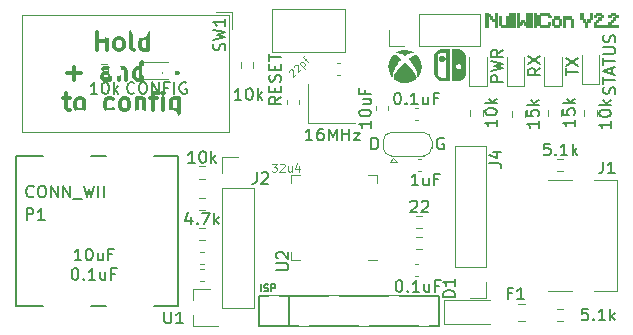
<source format=gto>
%TF.GenerationSoftware,KiCad,Pcbnew,(5.1.9)-1*%
%TF.CreationDate,2021-07-30T14:52:09-07:00*%
%TF.ProjectId,NullWiiConv2.2,4e756c6c-5769-4694-936f-6e76322e322e,rev?*%
%TF.SameCoordinates,Original*%
%TF.FileFunction,Legend,Top*%
%TF.FilePolarity,Positive*%
%FSLAX46Y46*%
G04 Gerber Fmt 4.6, Leading zero omitted, Abs format (unit mm)*
G04 Created by KiCad (PCBNEW (5.1.9)-1) date 2021-07-30 14:52:09*
%MOMM*%
%LPD*%
G01*
G04 APERTURE LIST*
%ADD10C,0.300000*%
%ADD11C,0.200000*%
%ADD12C,0.120000*%
%ADD13C,0.010000*%
%ADD14C,0.150000*%
%ADD15C,0.203200*%
%ADD16C,0.125000*%
%ADD17C,0.127000*%
%ADD18C,0.100000*%
%ADD19R,1.000000X1.500000*%
%ADD20R,4.000000X4.000000*%
%ADD21R,0.900000X1.200000*%
%ADD22O,1.600000X1.000000*%
%ADD23O,2.100000X1.000000*%
%ADD24C,0.650000*%
%ADD25R,2.450000X0.300000*%
%ADD26R,2.450000X0.600000*%
%ADD27C,3.048000*%
%ADD28C,1.270000*%
%ADD29R,1.270000X1.270000*%
%ADD30O,1.700000X1.700000*%
%ADD31R,1.700000X1.700000*%
%ADD32R,2.180000X1.600000*%
%ADD33R,1.400000X1.200000*%
%ADD34C,2.082800*%
%ADD35O,1.600000X1.600000*%
%ADD36R,1.600000X1.600000*%
%ADD37R,0.900000X0.800000*%
G04 APERTURE END LIST*
D10*
X76561428Y-72804571D02*
X76561428Y-71304571D01*
X76561428Y-72018857D02*
X77418571Y-72018857D01*
X77418571Y-72804571D02*
X77418571Y-71304571D01*
X78347142Y-72804571D02*
X78204285Y-72733142D01*
X78132857Y-72661714D01*
X78061428Y-72518857D01*
X78061428Y-72090285D01*
X78132857Y-71947428D01*
X78204285Y-71876000D01*
X78347142Y-71804571D01*
X78561428Y-71804571D01*
X78704285Y-71876000D01*
X78775714Y-71947428D01*
X78847142Y-72090285D01*
X78847142Y-72518857D01*
X78775714Y-72661714D01*
X78704285Y-72733142D01*
X78561428Y-72804571D01*
X78347142Y-72804571D01*
X79704285Y-72804571D02*
X79561428Y-72733142D01*
X79490000Y-72590285D01*
X79490000Y-71304571D01*
X80918571Y-72804571D02*
X80918571Y-71304571D01*
X80918571Y-72733142D02*
X80775714Y-72804571D01*
X80490000Y-72804571D01*
X80347142Y-72733142D01*
X80275714Y-72661714D01*
X80204285Y-72518857D01*
X80204285Y-72090285D01*
X80275714Y-71947428D01*
X80347142Y-71876000D01*
X80490000Y-71804571D01*
X80775714Y-71804571D01*
X80918571Y-71876000D01*
X74061428Y-74783142D02*
X75204285Y-74783142D01*
X74632857Y-75354571D02*
X74632857Y-74211714D01*
X77704285Y-75354571D02*
X77704285Y-74568857D01*
X77632857Y-74426000D01*
X77490000Y-74354571D01*
X77204285Y-74354571D01*
X77061428Y-74426000D01*
X77704285Y-75283142D02*
X77561428Y-75354571D01*
X77204285Y-75354571D01*
X77061428Y-75283142D01*
X76990000Y-75140285D01*
X76990000Y-74997428D01*
X77061428Y-74854571D01*
X77204285Y-74783142D01*
X77561428Y-74783142D01*
X77704285Y-74711714D01*
X78418571Y-74354571D02*
X78418571Y-75354571D01*
X78418571Y-74497428D02*
X78490000Y-74426000D01*
X78632857Y-74354571D01*
X78847142Y-74354571D01*
X78990000Y-74426000D01*
X79061428Y-74568857D01*
X79061428Y-75354571D01*
X80418571Y-75354571D02*
X80418571Y-73854571D01*
X80418571Y-75283142D02*
X80275714Y-75354571D01*
X79990000Y-75354571D01*
X79847142Y-75283142D01*
X79775714Y-75211714D01*
X79704285Y-75068857D01*
X79704285Y-74640285D01*
X79775714Y-74497428D01*
X79847142Y-74426000D01*
X79990000Y-74354571D01*
X80275714Y-74354571D01*
X80418571Y-74426000D01*
X82275714Y-74783142D02*
X83418571Y-74783142D01*
X73740000Y-76904571D02*
X74311428Y-76904571D01*
X73954285Y-76404571D02*
X73954285Y-77690285D01*
X74025714Y-77833142D01*
X74168571Y-77904571D01*
X74311428Y-77904571D01*
X75025714Y-77904571D02*
X74882857Y-77833142D01*
X74811428Y-77761714D01*
X74740000Y-77618857D01*
X74740000Y-77190285D01*
X74811428Y-77047428D01*
X74882857Y-76976000D01*
X75025714Y-76904571D01*
X75240000Y-76904571D01*
X75382857Y-76976000D01*
X75454285Y-77047428D01*
X75525714Y-77190285D01*
X75525714Y-77618857D01*
X75454285Y-77761714D01*
X75382857Y-77833142D01*
X75240000Y-77904571D01*
X75025714Y-77904571D01*
X77954285Y-77833142D02*
X77811428Y-77904571D01*
X77525714Y-77904571D01*
X77382857Y-77833142D01*
X77311428Y-77761714D01*
X77240000Y-77618857D01*
X77240000Y-77190285D01*
X77311428Y-77047428D01*
X77382857Y-76976000D01*
X77525714Y-76904571D01*
X77811428Y-76904571D01*
X77954285Y-76976000D01*
X78811428Y-77904571D02*
X78668571Y-77833142D01*
X78597142Y-77761714D01*
X78525714Y-77618857D01*
X78525714Y-77190285D01*
X78597142Y-77047428D01*
X78668571Y-76976000D01*
X78811428Y-76904571D01*
X79025714Y-76904571D01*
X79168571Y-76976000D01*
X79240000Y-77047428D01*
X79311428Y-77190285D01*
X79311428Y-77618857D01*
X79240000Y-77761714D01*
X79168571Y-77833142D01*
X79025714Y-77904571D01*
X78811428Y-77904571D01*
X79954285Y-76904571D02*
X79954285Y-77904571D01*
X79954285Y-77047428D02*
X80025714Y-76976000D01*
X80168571Y-76904571D01*
X80382857Y-76904571D01*
X80525714Y-76976000D01*
X80597142Y-77118857D01*
X80597142Y-77904571D01*
X81097142Y-76904571D02*
X81668571Y-76904571D01*
X81311428Y-77904571D02*
X81311428Y-76618857D01*
X81382857Y-76476000D01*
X81525714Y-76404571D01*
X81668571Y-76404571D01*
X82168571Y-77904571D02*
X82168571Y-76904571D01*
X82168571Y-76404571D02*
X82097142Y-76476000D01*
X82168571Y-76547428D01*
X82240000Y-76476000D01*
X82168571Y-76404571D01*
X82168571Y-76547428D01*
X83525714Y-76904571D02*
X83525714Y-78118857D01*
X83454285Y-78261714D01*
X83382857Y-78333142D01*
X83240000Y-78404571D01*
X83025714Y-78404571D01*
X82882857Y-78333142D01*
X83525714Y-77833142D02*
X83382857Y-77904571D01*
X83097142Y-77904571D01*
X82954285Y-77833142D01*
X82882857Y-77761714D01*
X82811428Y-77618857D01*
X82811428Y-77190285D01*
X82882857Y-77047428D01*
X82954285Y-76976000D01*
X83097142Y-76904571D01*
X83382857Y-76904571D01*
X83525714Y-76976000D01*
D11*
X99814095Y-81224380D02*
X99814095Y-80224380D01*
X100052190Y-80224380D01*
X100195047Y-80272000D01*
X100290285Y-80367238D01*
X100337904Y-80462476D01*
X100385523Y-80652952D01*
X100385523Y-80795809D01*
X100337904Y-80986285D01*
X100290285Y-81081523D01*
X100195047Y-81176761D01*
X100052190Y-81224380D01*
X99814095Y-81224380D01*
X105925904Y-80272000D02*
X105830666Y-80224380D01*
X105687809Y-80224380D01*
X105544952Y-80272000D01*
X105449714Y-80367238D01*
X105402095Y-80462476D01*
X105354476Y-80652952D01*
X105354476Y-80795809D01*
X105402095Y-80986285D01*
X105449714Y-81081523D01*
X105544952Y-81176761D01*
X105687809Y-81224380D01*
X105783047Y-81224380D01*
X105925904Y-81176761D01*
X105973523Y-81129142D01*
X105973523Y-80795809D01*
X105783047Y-80795809D01*
D12*
X91366333Y-82420666D02*
X91799666Y-82420666D01*
X91566333Y-82687333D01*
X91666333Y-82687333D01*
X91733000Y-82720666D01*
X91766333Y-82754000D01*
X91799666Y-82820666D01*
X91799666Y-82987333D01*
X91766333Y-83054000D01*
X91733000Y-83087333D01*
X91666333Y-83120666D01*
X91466333Y-83120666D01*
X91399666Y-83087333D01*
X91366333Y-83054000D01*
X92066333Y-82487333D02*
X92099666Y-82454000D01*
X92166333Y-82420666D01*
X92333000Y-82420666D01*
X92399666Y-82454000D01*
X92433000Y-82487333D01*
X92466333Y-82554000D01*
X92466333Y-82620666D01*
X92433000Y-82720666D01*
X92033000Y-83120666D01*
X92466333Y-83120666D01*
X93066333Y-82654000D02*
X93066333Y-83120666D01*
X92766333Y-82654000D02*
X92766333Y-83020666D01*
X92799666Y-83087333D01*
X92866333Y-83120666D01*
X92966333Y-83120666D01*
X93033000Y-83087333D01*
X93066333Y-83054000D01*
X93699666Y-82654000D02*
X93699666Y-83120666D01*
X93533000Y-82387333D02*
X93366333Y-82887333D01*
X93799666Y-82887333D01*
D11*
X92837000Y-96139000D02*
X92837000Y-93599000D01*
D12*
%TO.C,JP1*%
X101670000Y-81972000D02*
X101970000Y-82272000D01*
X101370000Y-82272000D02*
X101970000Y-82272000D01*
X101670000Y-81972000D02*
X101370000Y-82272000D01*
X100820000Y-81072000D02*
X100820000Y-80472000D01*
X104270000Y-81772000D02*
X101470000Y-81772000D01*
X104920000Y-80472000D02*
X104920000Y-81072000D01*
X101470000Y-79772000D02*
X104270000Y-79772000D01*
X100820000Y-80472000D02*
G75*
G02*
X101520000Y-79772000I700000J0D01*
G01*
X101520000Y-81772000D02*
G75*
G02*
X100820000Y-81072000I0J700000D01*
G01*
X104920000Y-81072000D02*
G75*
G02*
X104220000Y-81772000I-700000J0D01*
G01*
X104220000Y-79772000D02*
G75*
G02*
X104920000Y-80472000I0J-700000D01*
G01*
%TO.C,U2*%
X93777000Y-90590000D02*
X93052000Y-90590000D01*
X93052000Y-90590000D02*
X93052000Y-89865000D01*
X99547000Y-83370000D02*
X100272000Y-83370000D01*
X100272000Y-83370000D02*
X100272000Y-84095000D01*
X93777000Y-83370000D02*
X93052000Y-83370000D01*
X93052000Y-83370000D02*
X93052000Y-84095000D01*
X99547000Y-90590000D02*
X100272000Y-90590000D01*
%TO.C,D1*%
X105954000Y-93996000D02*
X105954000Y-95996000D01*
X105954000Y-95996000D02*
X109854000Y-95996000D01*
X105954000Y-93996000D02*
X109854000Y-93996000D01*
%TO.C,J1*%
X118696000Y-83789000D02*
X120596000Y-83789000D01*
X118696000Y-93189000D02*
X120596000Y-93189000D01*
X114796000Y-83789000D02*
X116796000Y-83789000D01*
X120596000Y-93189000D02*
X120596000Y-83789000D01*
X114796000Y-93189000D02*
X116796000Y-93189000D01*
D13*
%TO.C,G\u002A\u002A\u002A*%
G36*
X106052563Y-72732692D02*
G01*
X106380191Y-72734129D01*
X106386929Y-72766535D01*
X106387673Y-72778274D01*
X106388365Y-72805491D01*
X106389003Y-72847278D01*
X106389582Y-72902725D01*
X106390101Y-72970925D01*
X106390555Y-73050968D01*
X106390942Y-73141946D01*
X106391259Y-73242950D01*
X106391502Y-73353072D01*
X106391669Y-73471401D01*
X106391756Y-73597031D01*
X106391760Y-73729052D01*
X106391679Y-73866555D01*
X106391508Y-74008632D01*
X106391398Y-74075754D01*
X106391081Y-74246578D01*
X106390760Y-74401752D01*
X106390426Y-74542016D01*
X106390072Y-74668106D01*
X106389689Y-74780760D01*
X106389268Y-74880718D01*
X106388802Y-74968716D01*
X106388281Y-75045492D01*
X106387698Y-75111785D01*
X106387044Y-75168333D01*
X106386311Y-75215872D01*
X106385490Y-75255142D01*
X106384573Y-75286881D01*
X106383552Y-75311825D01*
X106382418Y-75330714D01*
X106381163Y-75344284D01*
X106379779Y-75353275D01*
X106378256Y-75358424D01*
X106376839Y-75360336D01*
X106365871Y-75362169D01*
X106340672Y-75363704D01*
X106303395Y-75364946D01*
X106256195Y-75365894D01*
X106201223Y-75366551D01*
X106140635Y-75366919D01*
X106076582Y-75367000D01*
X106011219Y-75366795D01*
X105946699Y-75366307D01*
X105885175Y-75365537D01*
X105828801Y-75364486D01*
X105779730Y-75363158D01*
X105740116Y-75361553D01*
X105713161Y-75359771D01*
X105623833Y-75343828D01*
X105534884Y-75312849D01*
X105448846Y-75268041D01*
X105368249Y-75210612D01*
X105330124Y-75176918D01*
X105266544Y-75109221D01*
X105215410Y-75037648D01*
X105174527Y-74958523D01*
X105141699Y-74868168D01*
X105137654Y-74854525D01*
X105119185Y-74790710D01*
X105119157Y-74057387D01*
X105119139Y-73925284D01*
X105119144Y-73868836D01*
X105335632Y-73868836D01*
X105335669Y-73991273D01*
X105335687Y-74049194D01*
X105335704Y-74177243D01*
X105335730Y-74290013D01*
X105335838Y-74388615D01*
X105336102Y-74474156D01*
X105336591Y-74547746D01*
X105337380Y-74610493D01*
X105338539Y-74663507D01*
X105340142Y-74707897D01*
X105342260Y-74744771D01*
X105344965Y-74775238D01*
X105348330Y-74800408D01*
X105352427Y-74821388D01*
X105357329Y-74839289D01*
X105363106Y-74855219D01*
X105369831Y-74870286D01*
X105377578Y-74885601D01*
X105386416Y-74902271D01*
X105391886Y-74912642D01*
X105437359Y-74982266D01*
X105495584Y-75041681D01*
X105566347Y-75090694D01*
X105623218Y-75118708D01*
X105647430Y-75128351D01*
X105671133Y-75136037D01*
X105696574Y-75141997D01*
X105726003Y-75146461D01*
X105761667Y-75149662D01*
X105805817Y-75151829D01*
X105860699Y-75153194D01*
X105928563Y-75153988D01*
X105969210Y-75154249D01*
X106172000Y-75155323D01*
X106172000Y-72943065D01*
X105973306Y-72943227D01*
X105914024Y-72943611D01*
X105856750Y-72944597D01*
X105804653Y-72946085D01*
X105760904Y-72947972D01*
X105728675Y-72950158D01*
X105717258Y-72951416D01*
X105646860Y-72968936D01*
X105577384Y-73000484D01*
X105511963Y-73043849D01*
X105453731Y-73096824D01*
X105405823Y-73157197D01*
X105391128Y-73181349D01*
X105381771Y-73197956D01*
X105373525Y-73212972D01*
X105366321Y-73227493D01*
X105360088Y-73242610D01*
X105354757Y-73259420D01*
X105350258Y-73279014D01*
X105346520Y-73302488D01*
X105343474Y-73330936D01*
X105341051Y-73365451D01*
X105339179Y-73407127D01*
X105337790Y-73457059D01*
X105336813Y-73516340D01*
X105336179Y-73586064D01*
X105335817Y-73667326D01*
X105335658Y-73761218D01*
X105335632Y-73868836D01*
X105119144Y-73868836D01*
X105119151Y-73808455D01*
X105119274Y-73705786D01*
X105119591Y-73616165D01*
X105120182Y-73538478D01*
X105121131Y-73471613D01*
X105122518Y-73414455D01*
X105124425Y-73365893D01*
X105126934Y-73324812D01*
X105130127Y-73290099D01*
X105134086Y-73260642D01*
X105138893Y-73235327D01*
X105144628Y-73213042D01*
X105151375Y-73192672D01*
X105159215Y-73173104D01*
X105168229Y-73153227D01*
X105178499Y-73131925D01*
X105188683Y-73111033D01*
X105241498Y-73020052D01*
X105306277Y-72939641D01*
X105381956Y-72870783D01*
X105467467Y-72814458D01*
X105554031Y-72774506D01*
X105582284Y-72764230D01*
X105608868Y-72755718D01*
X105635634Y-72748814D01*
X105664436Y-72743363D01*
X105697130Y-72739208D01*
X105735567Y-72736195D01*
X105781603Y-72734169D01*
X105837091Y-72732972D01*
X105903885Y-72732451D01*
X105983839Y-72732450D01*
X106052563Y-72732692D01*
G37*
X106052563Y-72732692D02*
X106380191Y-72734129D01*
X106386929Y-72766535D01*
X106387673Y-72778274D01*
X106388365Y-72805491D01*
X106389003Y-72847278D01*
X106389582Y-72902725D01*
X106390101Y-72970925D01*
X106390555Y-73050968D01*
X106390942Y-73141946D01*
X106391259Y-73242950D01*
X106391502Y-73353072D01*
X106391669Y-73471401D01*
X106391756Y-73597031D01*
X106391760Y-73729052D01*
X106391679Y-73866555D01*
X106391508Y-74008632D01*
X106391398Y-74075754D01*
X106391081Y-74246578D01*
X106390760Y-74401752D01*
X106390426Y-74542016D01*
X106390072Y-74668106D01*
X106389689Y-74780760D01*
X106389268Y-74880718D01*
X106388802Y-74968716D01*
X106388281Y-75045492D01*
X106387698Y-75111785D01*
X106387044Y-75168333D01*
X106386311Y-75215872D01*
X106385490Y-75255142D01*
X106384573Y-75286881D01*
X106383552Y-75311825D01*
X106382418Y-75330714D01*
X106381163Y-75344284D01*
X106379779Y-75353275D01*
X106378256Y-75358424D01*
X106376839Y-75360336D01*
X106365871Y-75362169D01*
X106340672Y-75363704D01*
X106303395Y-75364946D01*
X106256195Y-75365894D01*
X106201223Y-75366551D01*
X106140635Y-75366919D01*
X106076582Y-75367000D01*
X106011219Y-75366795D01*
X105946699Y-75366307D01*
X105885175Y-75365537D01*
X105828801Y-75364486D01*
X105779730Y-75363158D01*
X105740116Y-75361553D01*
X105713161Y-75359771D01*
X105623833Y-75343828D01*
X105534884Y-75312849D01*
X105448846Y-75268041D01*
X105368249Y-75210612D01*
X105330124Y-75176918D01*
X105266544Y-75109221D01*
X105215410Y-75037648D01*
X105174527Y-74958523D01*
X105141699Y-74868168D01*
X105137654Y-74854525D01*
X105119185Y-74790710D01*
X105119157Y-74057387D01*
X105119139Y-73925284D01*
X105119144Y-73868836D01*
X105335632Y-73868836D01*
X105335669Y-73991273D01*
X105335687Y-74049194D01*
X105335704Y-74177243D01*
X105335730Y-74290013D01*
X105335838Y-74388615D01*
X105336102Y-74474156D01*
X105336591Y-74547746D01*
X105337380Y-74610493D01*
X105338539Y-74663507D01*
X105340142Y-74707897D01*
X105342260Y-74744771D01*
X105344965Y-74775238D01*
X105348330Y-74800408D01*
X105352427Y-74821388D01*
X105357329Y-74839289D01*
X105363106Y-74855219D01*
X105369831Y-74870286D01*
X105377578Y-74885601D01*
X105386416Y-74902271D01*
X105391886Y-74912642D01*
X105437359Y-74982266D01*
X105495584Y-75041681D01*
X105566347Y-75090694D01*
X105623218Y-75118708D01*
X105647430Y-75128351D01*
X105671133Y-75136037D01*
X105696574Y-75141997D01*
X105726003Y-75146461D01*
X105761667Y-75149662D01*
X105805817Y-75151829D01*
X105860699Y-75153194D01*
X105928563Y-75153988D01*
X105969210Y-75154249D01*
X106172000Y-75155323D01*
X106172000Y-72943065D01*
X105973306Y-72943227D01*
X105914024Y-72943611D01*
X105856750Y-72944597D01*
X105804653Y-72946085D01*
X105760904Y-72947972D01*
X105728675Y-72950158D01*
X105717258Y-72951416D01*
X105646860Y-72968936D01*
X105577384Y-73000484D01*
X105511963Y-73043849D01*
X105453731Y-73096824D01*
X105405823Y-73157197D01*
X105391128Y-73181349D01*
X105381771Y-73197956D01*
X105373525Y-73212972D01*
X105366321Y-73227493D01*
X105360088Y-73242610D01*
X105354757Y-73259420D01*
X105350258Y-73279014D01*
X105346520Y-73302488D01*
X105343474Y-73330936D01*
X105341051Y-73365451D01*
X105339179Y-73407127D01*
X105337790Y-73457059D01*
X105336813Y-73516340D01*
X105336179Y-73586064D01*
X105335817Y-73667326D01*
X105335658Y-73761218D01*
X105335632Y-73868836D01*
X105119144Y-73868836D01*
X105119151Y-73808455D01*
X105119274Y-73705786D01*
X105119591Y-73616165D01*
X105120182Y-73538478D01*
X105121131Y-73471613D01*
X105122518Y-73414455D01*
X105124425Y-73365893D01*
X105126934Y-73324812D01*
X105130127Y-73290099D01*
X105134086Y-73260642D01*
X105138893Y-73235327D01*
X105144628Y-73213042D01*
X105151375Y-73192672D01*
X105159215Y-73173104D01*
X105168229Y-73153227D01*
X105178499Y-73131925D01*
X105188683Y-73111033D01*
X105241498Y-73020052D01*
X105306277Y-72939641D01*
X105381956Y-72870783D01*
X105467467Y-72814458D01*
X105554031Y-72774506D01*
X105582284Y-72764230D01*
X105608868Y-72755718D01*
X105635634Y-72748814D01*
X105664436Y-72743363D01*
X105697130Y-72739208D01*
X105735567Y-72736195D01*
X105781603Y-72734169D01*
X105837091Y-72732972D01*
X105903885Y-72732451D01*
X105983839Y-72732450D01*
X106052563Y-72732692D01*
G36*
X106929903Y-72734499D02*
G01*
X107200290Y-72734868D01*
X107269935Y-72757986D01*
X107359683Y-72792802D01*
X107437450Y-72834445D01*
X107507032Y-72885309D01*
X107572224Y-72947786D01*
X107574014Y-72949716D01*
X107637500Y-73029984D01*
X107687818Y-73118514D01*
X107723951Y-73213108D01*
X107744883Y-73311569D01*
X107746156Y-73322023D01*
X107747591Y-73343608D01*
X107748835Y-73380758D01*
X107749881Y-73432648D01*
X107750724Y-73498457D01*
X107751359Y-73577362D01*
X107751779Y-73668541D01*
X107751981Y-73771171D01*
X107751957Y-73884430D01*
X107751703Y-74007495D01*
X107751363Y-74104507D01*
X107750852Y-74228677D01*
X107750377Y-74337564D01*
X107749908Y-74432272D01*
X107749413Y-74513903D01*
X107748863Y-74583562D01*
X107748227Y-74642353D01*
X107747473Y-74691378D01*
X107746571Y-74731741D01*
X107745492Y-74764546D01*
X107744203Y-74790898D01*
X107742675Y-74811898D01*
X107740876Y-74828651D01*
X107738777Y-74842261D01*
X107736345Y-74853832D01*
X107733552Y-74864466D01*
X107730366Y-74875267D01*
X107729921Y-74876742D01*
X107692234Y-74973856D01*
X107640593Y-75063527D01*
X107576275Y-75144359D01*
X107500559Y-75214957D01*
X107414720Y-75273922D01*
X107327290Y-75316949D01*
X107296540Y-75329136D01*
X107268729Y-75338978D01*
X107241604Y-75346740D01*
X107212914Y-75352686D01*
X107180406Y-75357081D01*
X107141828Y-75360189D01*
X107094926Y-75362274D01*
X107037450Y-75363600D01*
X106967145Y-75364432D01*
X106919587Y-75364792D01*
X106848148Y-75365253D01*
X106791375Y-75365497D01*
X106747549Y-75365419D01*
X106714949Y-75364915D01*
X106691856Y-75363880D01*
X106676549Y-75362211D01*
X106667308Y-75359803D01*
X106662413Y-75356551D01*
X106660144Y-75352351D01*
X106659247Y-75349002D01*
X106658791Y-75338977D01*
X106658377Y-75313453D01*
X106658005Y-75273315D01*
X106657678Y-75219452D01*
X106657396Y-75152749D01*
X106657161Y-75074095D01*
X106656975Y-74984376D01*
X106656838Y-74884480D01*
X106656752Y-74775293D01*
X106656718Y-74657702D01*
X106656737Y-74532595D01*
X106656812Y-74400858D01*
X106656942Y-74263379D01*
X106657040Y-74188866D01*
X106913220Y-74188866D01*
X106921027Y-74247007D01*
X106941860Y-74302352D01*
X106976139Y-74352339D01*
X106986409Y-74363250D01*
X107025866Y-74395122D01*
X107073597Y-74422249D01*
X107106064Y-74435303D01*
X107136582Y-74440466D01*
X107176461Y-74440677D01*
X107219636Y-74436508D01*
X107260041Y-74428530D01*
X107290372Y-74417927D01*
X107342222Y-74384114D01*
X107385798Y-74338083D01*
X107415668Y-74288083D01*
X107434281Y-74228534D01*
X107437842Y-74166741D01*
X107426873Y-74105547D01*
X107401900Y-74047794D01*
X107363446Y-73996324D01*
X107361451Y-73994246D01*
X107322251Y-73960216D01*
X107280439Y-73937989D01*
X107231898Y-73925978D01*
X107175710Y-73922582D01*
X107137383Y-73923292D01*
X107109533Y-73926102D01*
X107086276Y-73932148D01*
X107061731Y-73942565D01*
X107054866Y-73945905D01*
X107003847Y-73979591D01*
X106963753Y-74023292D01*
X106935004Y-74074446D01*
X106918019Y-74130492D01*
X106913220Y-74188866D01*
X106657040Y-74188866D01*
X106657131Y-74121044D01*
X106657273Y-74032807D01*
X106659516Y-72734129D01*
X106929903Y-72734499D01*
G37*
X106929903Y-72734499D02*
X107200290Y-72734868D01*
X107269935Y-72757986D01*
X107359683Y-72792802D01*
X107437450Y-72834445D01*
X107507032Y-72885309D01*
X107572224Y-72947786D01*
X107574014Y-72949716D01*
X107637500Y-73029984D01*
X107687818Y-73118514D01*
X107723951Y-73213108D01*
X107744883Y-73311569D01*
X107746156Y-73322023D01*
X107747591Y-73343608D01*
X107748835Y-73380758D01*
X107749881Y-73432648D01*
X107750724Y-73498457D01*
X107751359Y-73577362D01*
X107751779Y-73668541D01*
X107751981Y-73771171D01*
X107751957Y-73884430D01*
X107751703Y-74007495D01*
X107751363Y-74104507D01*
X107750852Y-74228677D01*
X107750377Y-74337564D01*
X107749908Y-74432272D01*
X107749413Y-74513903D01*
X107748863Y-74583562D01*
X107748227Y-74642353D01*
X107747473Y-74691378D01*
X107746571Y-74731741D01*
X107745492Y-74764546D01*
X107744203Y-74790898D01*
X107742675Y-74811898D01*
X107740876Y-74828651D01*
X107738777Y-74842261D01*
X107736345Y-74853832D01*
X107733552Y-74864466D01*
X107730366Y-74875267D01*
X107729921Y-74876742D01*
X107692234Y-74973856D01*
X107640593Y-75063527D01*
X107576275Y-75144359D01*
X107500559Y-75214957D01*
X107414720Y-75273922D01*
X107327290Y-75316949D01*
X107296540Y-75329136D01*
X107268729Y-75338978D01*
X107241604Y-75346740D01*
X107212914Y-75352686D01*
X107180406Y-75357081D01*
X107141828Y-75360189D01*
X107094926Y-75362274D01*
X107037450Y-75363600D01*
X106967145Y-75364432D01*
X106919587Y-75364792D01*
X106848148Y-75365253D01*
X106791375Y-75365497D01*
X106747549Y-75365419D01*
X106714949Y-75364915D01*
X106691856Y-75363880D01*
X106676549Y-75362211D01*
X106667308Y-75359803D01*
X106662413Y-75356551D01*
X106660144Y-75352351D01*
X106659247Y-75349002D01*
X106658791Y-75338977D01*
X106658377Y-75313453D01*
X106658005Y-75273315D01*
X106657678Y-75219452D01*
X106657396Y-75152749D01*
X106657161Y-75074095D01*
X106656975Y-74984376D01*
X106656838Y-74884480D01*
X106656752Y-74775293D01*
X106656718Y-74657702D01*
X106656737Y-74532595D01*
X106656812Y-74400858D01*
X106656942Y-74263379D01*
X106657040Y-74188866D01*
X106913220Y-74188866D01*
X106921027Y-74247007D01*
X106941860Y-74302352D01*
X106976139Y-74352339D01*
X106986409Y-74363250D01*
X107025866Y-74395122D01*
X107073597Y-74422249D01*
X107106064Y-74435303D01*
X107136582Y-74440466D01*
X107176461Y-74440677D01*
X107219636Y-74436508D01*
X107260041Y-74428530D01*
X107290372Y-74417927D01*
X107342222Y-74384114D01*
X107385798Y-74338083D01*
X107415668Y-74288083D01*
X107434281Y-74228534D01*
X107437842Y-74166741D01*
X107426873Y-74105547D01*
X107401900Y-74047794D01*
X107363446Y-73996324D01*
X107361451Y-73994246D01*
X107322251Y-73960216D01*
X107280439Y-73937989D01*
X107231898Y-73925978D01*
X107175710Y-73922582D01*
X107137383Y-73923292D01*
X107109533Y-73926102D01*
X107086276Y-73932148D01*
X107061731Y-73942565D01*
X107054866Y-73945905D01*
X107003847Y-73979591D01*
X106963753Y-74023292D01*
X106935004Y-74074446D01*
X106918019Y-74130492D01*
X106913220Y-74188866D01*
X106657040Y-74188866D01*
X106657131Y-74121044D01*
X106657273Y-74032807D01*
X106659516Y-72734129D01*
X106929903Y-72734499D01*
G36*
X105864286Y-73290171D02*
G01*
X105875225Y-73294705D01*
X105921240Y-73323211D01*
X105961719Y-73363411D01*
X105994116Y-73411469D01*
X106015883Y-73463549D01*
X106024474Y-73515815D01*
X106024516Y-73519530D01*
X106016692Y-73577480D01*
X105994661Y-73632863D01*
X105960582Y-73682307D01*
X105916616Y-73722441D01*
X105881295Y-73743105D01*
X105834051Y-73758101D01*
X105780817Y-73763745D01*
X105727499Y-73760087D01*
X105680001Y-73747180D01*
X105667269Y-73741249D01*
X105624240Y-73714549D01*
X105591976Y-73683795D01*
X105565310Y-73643678D01*
X105557241Y-73628249D01*
X105537392Y-73571358D01*
X105531944Y-73511757D01*
X105540484Y-73452836D01*
X105562599Y-73397987D01*
X105590002Y-73359074D01*
X105635509Y-73319015D01*
X105688874Y-73291377D01*
X105746914Y-73276878D01*
X105806446Y-73276237D01*
X105864286Y-73290171D01*
G37*
X105864286Y-73290171D02*
X105875225Y-73294705D01*
X105921240Y-73323211D01*
X105961719Y-73363411D01*
X105994116Y-73411469D01*
X106015883Y-73463549D01*
X106024474Y-73515815D01*
X106024516Y-73519530D01*
X106016692Y-73577480D01*
X105994661Y-73632863D01*
X105960582Y-73682307D01*
X105916616Y-73722441D01*
X105881295Y-73743105D01*
X105834051Y-73758101D01*
X105780817Y-73763745D01*
X105727499Y-73760087D01*
X105680001Y-73747180D01*
X105667269Y-73741249D01*
X105624240Y-73714549D01*
X105591976Y-73683795D01*
X105565310Y-73643678D01*
X105557241Y-73628249D01*
X105537392Y-73571358D01*
X105531944Y-73511757D01*
X105540484Y-73452836D01*
X105562599Y-73397987D01*
X105590002Y-73359074D01*
X105635509Y-73319015D01*
X105688874Y-73291377D01*
X105746914Y-73276878D01*
X105806446Y-73276237D01*
X105864286Y-73290171D01*
G36*
X102636080Y-73918120D02*
G01*
X102654498Y-73929673D01*
X102678649Y-73947444D01*
X102702179Y-73966387D01*
X102727126Y-73988070D01*
X102759384Y-74017489D01*
X102797487Y-74053198D01*
X102839968Y-74093756D01*
X102885359Y-74137718D01*
X102932194Y-74183643D01*
X102979007Y-74230085D01*
X103024330Y-74275603D01*
X103066697Y-74318752D01*
X103104641Y-74358090D01*
X103136695Y-74392173D01*
X103152310Y-74409300D01*
X103225941Y-74494273D01*
X103293071Y-74577651D01*
X103353354Y-74658789D01*
X103406442Y-74737045D01*
X103451986Y-74811774D01*
X103489640Y-74882332D01*
X103519055Y-74948076D01*
X103539884Y-75008362D01*
X103551779Y-75062547D01*
X103554393Y-75109986D01*
X103549174Y-75144106D01*
X103537233Y-75170428D01*
X103515101Y-75198980D01*
X103482289Y-75230240D01*
X103438309Y-75264687D01*
X103395914Y-75294090D01*
X103280270Y-75364194D01*
X103162610Y-75421957D01*
X103042195Y-75467674D01*
X102918287Y-75501639D01*
X102835075Y-75517626D01*
X102797353Y-75522331D01*
X102750507Y-75526047D01*
X102697514Y-75528728D01*
X102641355Y-75530329D01*
X102585009Y-75530804D01*
X102531455Y-75530106D01*
X102483673Y-75528190D01*
X102444642Y-75525009D01*
X102435025Y-75523793D01*
X102315246Y-75501666D01*
X102199266Y-75469246D01*
X102177850Y-75462033D01*
X102116957Y-75439019D01*
X102055169Y-75412027D01*
X101993926Y-75381962D01*
X101934669Y-75349730D01*
X101878840Y-75316240D01*
X101827879Y-75282396D01*
X101783227Y-75249105D01*
X101746325Y-75217275D01*
X101718613Y-75187810D01*
X101702062Y-75162730D01*
X101692337Y-75131229D01*
X101688902Y-75091874D01*
X101691896Y-75047922D01*
X101696114Y-75023986D01*
X101710809Y-74973387D01*
X101734437Y-74915614D01*
X101766315Y-74851791D01*
X101805763Y-74783043D01*
X101852097Y-74710493D01*
X101904635Y-74635265D01*
X101962697Y-74558484D01*
X102024655Y-74482393D01*
X102067812Y-74432407D01*
X102114376Y-74380546D01*
X102163467Y-74327643D01*
X102214203Y-74274532D01*
X102265704Y-74222046D01*
X102317089Y-74171019D01*
X102367478Y-74122285D01*
X102415989Y-74076677D01*
X102461741Y-74035029D01*
X102503855Y-73998175D01*
X102541448Y-73966949D01*
X102573641Y-73942183D01*
X102599552Y-73924713D01*
X102618301Y-73915371D01*
X102625179Y-73913999D01*
X102636080Y-73918120D01*
G37*
X102636080Y-73918120D02*
X102654498Y-73929673D01*
X102678649Y-73947444D01*
X102702179Y-73966387D01*
X102727126Y-73988070D01*
X102759384Y-74017489D01*
X102797487Y-74053198D01*
X102839968Y-74093756D01*
X102885359Y-74137718D01*
X102932194Y-74183643D01*
X102979007Y-74230085D01*
X103024330Y-74275603D01*
X103066697Y-74318752D01*
X103104641Y-74358090D01*
X103136695Y-74392173D01*
X103152310Y-74409300D01*
X103225941Y-74494273D01*
X103293071Y-74577651D01*
X103353354Y-74658789D01*
X103406442Y-74737045D01*
X103451986Y-74811774D01*
X103489640Y-74882332D01*
X103519055Y-74948076D01*
X103539884Y-75008362D01*
X103551779Y-75062547D01*
X103554393Y-75109986D01*
X103549174Y-75144106D01*
X103537233Y-75170428D01*
X103515101Y-75198980D01*
X103482289Y-75230240D01*
X103438309Y-75264687D01*
X103395914Y-75294090D01*
X103280270Y-75364194D01*
X103162610Y-75421957D01*
X103042195Y-75467674D01*
X102918287Y-75501639D01*
X102835075Y-75517626D01*
X102797353Y-75522331D01*
X102750507Y-75526047D01*
X102697514Y-75528728D01*
X102641355Y-75530329D01*
X102585009Y-75530804D01*
X102531455Y-75530106D01*
X102483673Y-75528190D01*
X102444642Y-75525009D01*
X102435025Y-75523793D01*
X102315246Y-75501666D01*
X102199266Y-75469246D01*
X102177850Y-75462033D01*
X102116957Y-75439019D01*
X102055169Y-75412027D01*
X101993926Y-75381962D01*
X101934669Y-75349730D01*
X101878840Y-75316240D01*
X101827879Y-75282396D01*
X101783227Y-75249105D01*
X101746325Y-75217275D01*
X101718613Y-75187810D01*
X101702062Y-75162730D01*
X101692337Y-75131229D01*
X101688902Y-75091874D01*
X101691896Y-75047922D01*
X101696114Y-75023986D01*
X101710809Y-74973387D01*
X101734437Y-74915614D01*
X101766315Y-74851791D01*
X101805763Y-74783043D01*
X101852097Y-74710493D01*
X101904635Y-74635265D01*
X101962697Y-74558484D01*
X102024655Y-74482393D01*
X102067812Y-74432407D01*
X102114376Y-74380546D01*
X102163467Y-74327643D01*
X102214203Y-74274532D01*
X102265704Y-74222046D01*
X102317089Y-74171019D01*
X102367478Y-74122285D01*
X102415989Y-74076677D01*
X102461741Y-74035029D01*
X102503855Y-73998175D01*
X102541448Y-73966949D01*
X102573641Y-73942183D01*
X102599552Y-73924713D01*
X102618301Y-73915371D01*
X102625179Y-73913999D01*
X102636080Y-73918120D01*
G36*
X101742090Y-73195617D02*
G01*
X101759174Y-73200339D01*
X101792038Y-73211430D01*
X101825344Y-73225573D01*
X101860000Y-73243423D01*
X101896917Y-73265638D01*
X101937006Y-73292875D01*
X101981176Y-73325789D01*
X102030337Y-73365037D01*
X102085400Y-73411277D01*
X102147274Y-73465164D01*
X102216869Y-73527355D01*
X102234340Y-73543153D01*
X102236465Y-73547498D01*
X102234801Y-73554701D01*
X102228469Y-73566143D01*
X102216590Y-73583200D01*
X102198284Y-73607254D01*
X102173272Y-73638930D01*
X102095151Y-73739938D01*
X102019404Y-73843735D01*
X101946679Y-73949189D01*
X101877622Y-74055164D01*
X101812881Y-74160528D01*
X101753102Y-74264147D01*
X101698933Y-74364888D01*
X101651020Y-74461616D01*
X101610012Y-74553198D01*
X101576554Y-74638500D01*
X101551294Y-74716390D01*
X101545065Y-74739500D01*
X101530946Y-74802980D01*
X101522494Y-74859735D01*
X101519835Y-74908417D01*
X101523090Y-74947679D01*
X101525126Y-74956987D01*
X101529824Y-74976312D01*
X101532495Y-74989548D01*
X101532669Y-74993500D01*
X101528085Y-74988936D01*
X101518905Y-74977533D01*
X101515364Y-74972862D01*
X101489247Y-74934999D01*
X101460600Y-74888495D01*
X101431205Y-74836657D01*
X101402844Y-74782789D01*
X101377298Y-74730196D01*
X101356349Y-74682185D01*
X101350206Y-74666475D01*
X101329427Y-74605617D01*
X101310221Y-74538606D01*
X101293033Y-74467906D01*
X101278309Y-74395980D01*
X101266497Y-74325292D01*
X101258040Y-74258305D01*
X101253386Y-74197483D01*
X101252980Y-74145289D01*
X101253651Y-74133075D01*
X101257117Y-74094851D01*
X101262429Y-74048834D01*
X101269030Y-73998971D01*
X101276362Y-73949206D01*
X101283869Y-73903485D01*
X101290992Y-73865754D01*
X101292210Y-73860025D01*
X101320322Y-73756032D01*
X101359230Y-73650588D01*
X101407664Y-73546195D01*
X101464352Y-73445357D01*
X101528022Y-73350574D01*
X101591545Y-73271019D01*
X101621693Y-73237775D01*
X101646856Y-73214051D01*
X101669254Y-73198910D01*
X101691112Y-73191415D01*
X101714650Y-73190630D01*
X101742090Y-73195617D01*
G37*
X101742090Y-73195617D02*
X101759174Y-73200339D01*
X101792038Y-73211430D01*
X101825344Y-73225573D01*
X101860000Y-73243423D01*
X101896917Y-73265638D01*
X101937006Y-73292875D01*
X101981176Y-73325789D01*
X102030337Y-73365037D01*
X102085400Y-73411277D01*
X102147274Y-73465164D01*
X102216869Y-73527355D01*
X102234340Y-73543153D01*
X102236465Y-73547498D01*
X102234801Y-73554701D01*
X102228469Y-73566143D01*
X102216590Y-73583200D01*
X102198284Y-73607254D01*
X102173272Y-73638930D01*
X102095151Y-73739938D01*
X102019404Y-73843735D01*
X101946679Y-73949189D01*
X101877622Y-74055164D01*
X101812881Y-74160528D01*
X101753102Y-74264147D01*
X101698933Y-74364888D01*
X101651020Y-74461616D01*
X101610012Y-74553198D01*
X101576554Y-74638500D01*
X101551294Y-74716390D01*
X101545065Y-74739500D01*
X101530946Y-74802980D01*
X101522494Y-74859735D01*
X101519835Y-74908417D01*
X101523090Y-74947679D01*
X101525126Y-74956987D01*
X101529824Y-74976312D01*
X101532495Y-74989548D01*
X101532669Y-74993500D01*
X101528085Y-74988936D01*
X101518905Y-74977533D01*
X101515364Y-74972862D01*
X101489247Y-74934999D01*
X101460600Y-74888495D01*
X101431205Y-74836657D01*
X101402844Y-74782789D01*
X101377298Y-74730196D01*
X101356349Y-74682185D01*
X101350206Y-74666475D01*
X101329427Y-74605617D01*
X101310221Y-74538606D01*
X101293033Y-74467906D01*
X101278309Y-74395980D01*
X101266497Y-74325292D01*
X101258040Y-74258305D01*
X101253386Y-74197483D01*
X101252980Y-74145289D01*
X101253651Y-74133075D01*
X101257117Y-74094851D01*
X101262429Y-74048834D01*
X101269030Y-73998971D01*
X101276362Y-73949206D01*
X101283869Y-73903485D01*
X101290992Y-73865754D01*
X101292210Y-73860025D01*
X101320322Y-73756032D01*
X101359230Y-73650588D01*
X101407664Y-73546195D01*
X101464352Y-73445357D01*
X101528022Y-73350574D01*
X101591545Y-73271019D01*
X101621693Y-73237775D01*
X101646856Y-73214051D01*
X101669254Y-73198910D01*
X101691112Y-73191415D01*
X101714650Y-73190630D01*
X101742090Y-73195617D01*
G36*
X103556955Y-73186026D02*
G01*
X103567869Y-73191627D01*
X103582036Y-73203069D01*
X103599521Y-73219019D01*
X103645966Y-73266518D01*
X103693641Y-73323545D01*
X103740554Y-73387341D01*
X103784713Y-73455150D01*
X103824128Y-73524213D01*
X103834613Y-73544533D01*
X103867016Y-73614476D01*
X103897102Y-73689989D01*
X103923675Y-73767480D01*
X103945541Y-73843355D01*
X103961506Y-73914021D01*
X103965876Y-73939400D01*
X103971138Y-73982702D01*
X103975263Y-74035241D01*
X103978163Y-74093595D01*
X103979749Y-74154343D01*
X103979934Y-74214065D01*
X103978628Y-74269340D01*
X103975744Y-74316748D01*
X103975657Y-74317737D01*
X103961554Y-74419015D01*
X103937373Y-74523717D01*
X103903998Y-74628852D01*
X103862313Y-74731432D01*
X103838659Y-74780775D01*
X103821391Y-74813868D01*
X103802414Y-74848480D01*
X103782819Y-74882808D01*
X103763700Y-74915050D01*
X103746147Y-74943403D01*
X103731255Y-74966065D01*
X103720114Y-74981232D01*
X103713816Y-74987102D01*
X103713637Y-74987119D01*
X103712456Y-74981657D01*
X103714232Y-74967835D01*
X103715855Y-74960162D01*
X103720265Y-74923857D01*
X103719254Y-74878312D01*
X103713191Y-74825589D01*
X103702446Y-74767751D01*
X103687386Y-74706861D01*
X103668382Y-74644982D01*
X103650910Y-74596981D01*
X103619289Y-74522296D01*
X103580015Y-74439773D01*
X103534013Y-74350935D01*
X103482209Y-74257306D01*
X103425529Y-74160410D01*
X103364901Y-74061772D01*
X103301250Y-73962915D01*
X103235503Y-73865363D01*
X103168585Y-73770640D01*
X103101424Y-73680271D01*
X103065997Y-73634600D01*
X103044741Y-73607367D01*
X103026576Y-73583592D01*
X103012837Y-73565062D01*
X103004859Y-73553566D01*
X103003393Y-73550759D01*
X103007910Y-73545079D01*
X103020437Y-73532519D01*
X103039385Y-73514516D01*
X103063165Y-73492504D01*
X103090187Y-73467921D01*
X103118863Y-73442203D01*
X103147603Y-73416784D01*
X103174819Y-73393102D01*
X103198921Y-73372592D01*
X103216804Y-73357899D01*
X103272176Y-73316045D01*
X103328069Y-73278326D01*
X103382730Y-73245696D01*
X103434405Y-73219111D01*
X103481340Y-73199526D01*
X103521780Y-73187898D01*
X103532163Y-73186133D01*
X103546113Y-73184712D01*
X103556955Y-73186026D01*
G37*
X103556955Y-73186026D02*
X103567869Y-73191627D01*
X103582036Y-73203069D01*
X103599521Y-73219019D01*
X103645966Y-73266518D01*
X103693641Y-73323545D01*
X103740554Y-73387341D01*
X103784713Y-73455150D01*
X103824128Y-73524213D01*
X103834613Y-73544533D01*
X103867016Y-73614476D01*
X103897102Y-73689989D01*
X103923675Y-73767480D01*
X103945541Y-73843355D01*
X103961506Y-73914021D01*
X103965876Y-73939400D01*
X103971138Y-73982702D01*
X103975263Y-74035241D01*
X103978163Y-74093595D01*
X103979749Y-74154343D01*
X103979934Y-74214065D01*
X103978628Y-74269340D01*
X103975744Y-74316748D01*
X103975657Y-74317737D01*
X103961554Y-74419015D01*
X103937373Y-74523717D01*
X103903998Y-74628852D01*
X103862313Y-74731432D01*
X103838659Y-74780775D01*
X103821391Y-74813868D01*
X103802414Y-74848480D01*
X103782819Y-74882808D01*
X103763700Y-74915050D01*
X103746147Y-74943403D01*
X103731255Y-74966065D01*
X103720114Y-74981232D01*
X103713816Y-74987102D01*
X103713637Y-74987119D01*
X103712456Y-74981657D01*
X103714232Y-74967835D01*
X103715855Y-74960162D01*
X103720265Y-74923857D01*
X103719254Y-74878312D01*
X103713191Y-74825589D01*
X103702446Y-74767751D01*
X103687386Y-74706861D01*
X103668382Y-74644982D01*
X103650910Y-74596981D01*
X103619289Y-74522296D01*
X103580015Y-74439773D01*
X103534013Y-74350935D01*
X103482209Y-74257306D01*
X103425529Y-74160410D01*
X103364901Y-74061772D01*
X103301250Y-73962915D01*
X103235503Y-73865363D01*
X103168585Y-73770640D01*
X103101424Y-73680271D01*
X103065997Y-73634600D01*
X103044741Y-73607367D01*
X103026576Y-73583592D01*
X103012837Y-73565062D01*
X103004859Y-73553566D01*
X103003393Y-73550759D01*
X103007910Y-73545079D01*
X103020437Y-73532519D01*
X103039385Y-73514516D01*
X103063165Y-73492504D01*
X103090187Y-73467921D01*
X103118863Y-73442203D01*
X103147603Y-73416784D01*
X103174819Y-73393102D01*
X103198921Y-73372592D01*
X103216804Y-73357899D01*
X103272176Y-73316045D01*
X103328069Y-73278326D01*
X103382730Y-73245696D01*
X103434405Y-73219111D01*
X103481340Y-73199526D01*
X103521780Y-73187898D01*
X103532163Y-73186133D01*
X103546113Y-73184712D01*
X103556955Y-73186026D01*
G36*
X102735697Y-72808459D02*
G01*
X102849285Y-72821298D01*
X102958099Y-72843496D01*
X103064770Y-72875784D01*
X103171931Y-72918891D01*
X103225600Y-72944275D01*
X103317675Y-72989860D01*
X103222425Y-72994128D01*
X103150405Y-73000183D01*
X103077924Y-73012201D01*
X103003215Y-73030693D01*
X102924509Y-73056169D01*
X102840038Y-73089140D01*
X102748035Y-73130115D01*
X102742770Y-73132588D01*
X102708416Y-73148633D01*
X102677368Y-73162888D01*
X102651716Y-73174412D01*
X102633549Y-73182267D01*
X102625295Y-73185430D01*
X102614090Y-73183994D01*
X102593163Y-73176809D01*
X102563841Y-73164391D01*
X102530275Y-73148631D01*
X102459810Y-73115850D01*
X102387862Y-73085219D01*
X102316920Y-73057661D01*
X102249473Y-73034100D01*
X102188011Y-73015457D01*
X102138430Y-73003349D01*
X102106350Y-72998447D01*
X102066563Y-72994974D01*
X102024022Y-72993329D01*
X102013017Y-72993250D01*
X101983546Y-72992805D01*
X101959346Y-72991594D01*
X101942866Y-72989800D01*
X101936556Y-72987606D01*
X101936550Y-72987530D01*
X101942036Y-72982502D01*
X101957116Y-72973451D01*
X101979721Y-72961385D01*
X102007785Y-72947309D01*
X102039238Y-72932230D01*
X102072013Y-72917156D01*
X102104041Y-72903092D01*
X102133256Y-72891046D01*
X102140652Y-72888171D01*
X102258003Y-72850058D01*
X102380738Y-72823361D01*
X102508607Y-72808112D01*
X102641361Y-72804345D01*
X102735697Y-72808459D01*
G37*
X102735697Y-72808459D02*
X102849285Y-72821298D01*
X102958099Y-72843496D01*
X103064770Y-72875784D01*
X103171931Y-72918891D01*
X103225600Y-72944275D01*
X103317675Y-72989860D01*
X103222425Y-72994128D01*
X103150405Y-73000183D01*
X103077924Y-73012201D01*
X103003215Y-73030693D01*
X102924509Y-73056169D01*
X102840038Y-73089140D01*
X102748035Y-73130115D01*
X102742770Y-73132588D01*
X102708416Y-73148633D01*
X102677368Y-73162888D01*
X102651716Y-73174412D01*
X102633549Y-73182267D01*
X102625295Y-73185430D01*
X102614090Y-73183994D01*
X102593163Y-73176809D01*
X102563841Y-73164391D01*
X102530275Y-73148631D01*
X102459810Y-73115850D01*
X102387862Y-73085219D01*
X102316920Y-73057661D01*
X102249473Y-73034100D01*
X102188011Y-73015457D01*
X102138430Y-73003349D01*
X102106350Y-72998447D01*
X102066563Y-72994974D01*
X102024022Y-72993329D01*
X102013017Y-72993250D01*
X101983546Y-72992805D01*
X101959346Y-72991594D01*
X101942866Y-72989800D01*
X101936556Y-72987606D01*
X101936550Y-72987530D01*
X101942036Y-72982502D01*
X101957116Y-72973451D01*
X101979721Y-72961385D01*
X102007785Y-72947309D01*
X102039238Y-72932230D01*
X102072013Y-72917156D01*
X102104041Y-72903092D01*
X102133256Y-72891046D01*
X102140652Y-72888171D01*
X102258003Y-72850058D01*
X102380738Y-72823361D01*
X102508607Y-72808112D01*
X102641361Y-72804345D01*
X102735697Y-72808459D01*
D14*
%TO.C,P1*%
X83439000Y-81788000D02*
X83439000Y-94488000D01*
X83439000Y-81788000D02*
X81407000Y-81788000D01*
X83439000Y-94488000D02*
X81407000Y-94488000D01*
X77343000Y-94488000D02*
X76073000Y-94488000D01*
X77343000Y-81788000D02*
X76073000Y-81788000D01*
X69723000Y-81788000D02*
X72009000Y-81788000D01*
X69723000Y-94488000D02*
X69723000Y-81788000D01*
X72009000Y-94488000D02*
X69723000Y-94488000D01*
D13*
%TO.C,G\u002A\u002A\u002A*%
G36*
X110476975Y-70856231D02*
G01*
X110268564Y-70856231D01*
X110268564Y-70361256D01*
X110060154Y-70361256D01*
X110060154Y-70152846D01*
X110268564Y-70152846D01*
X110268564Y-69631821D01*
X110476975Y-69631821D01*
X110476975Y-70856231D01*
G37*
X110476975Y-70856231D02*
X110268564Y-70856231D01*
X110268564Y-70361256D01*
X110060154Y-70361256D01*
X110060154Y-70152846D01*
X110268564Y-70152846D01*
X110268564Y-69631821D01*
X110476975Y-69631821D01*
X110476975Y-70856231D01*
G36*
X109633594Y-69636336D02*
G01*
X109663768Y-69654218D01*
X109669385Y-69682350D01*
X109681379Y-69717919D01*
X109725777Y-69735927D01*
X109767077Y-69740966D01*
X109831575Y-69750464D01*
X109860833Y-69775669D01*
X109871703Y-69833432D01*
X109872855Y-69846744D01*
X109881971Y-69910783D01*
X109905129Y-69938181D01*
X109957772Y-69944379D01*
X109970547Y-69944436D01*
X110027924Y-69947686D01*
X110053424Y-69967448D01*
X110059958Y-70018736D01*
X110060154Y-70048641D01*
X110060154Y-70152846D01*
X109851744Y-70152846D01*
X109851744Y-70048641D01*
X109848983Y-69981922D01*
X109831940Y-69952272D01*
X109787469Y-69944669D01*
X109760564Y-69944436D01*
X109669385Y-69944436D01*
X109669385Y-70856231D01*
X109460975Y-70856231D01*
X109460975Y-69631821D01*
X109565180Y-69631821D01*
X109633594Y-69636336D01*
G37*
X109633594Y-69636336D02*
X109663768Y-69654218D01*
X109669385Y-69682350D01*
X109681379Y-69717919D01*
X109725777Y-69735927D01*
X109767077Y-69740966D01*
X109831575Y-69750464D01*
X109860833Y-69775669D01*
X109871703Y-69833432D01*
X109872855Y-69846744D01*
X109881971Y-69910783D01*
X109905129Y-69938181D01*
X109957772Y-69944379D01*
X109970547Y-69944436D01*
X110027924Y-69947686D01*
X110053424Y-69967448D01*
X110059958Y-70018736D01*
X110060154Y-70048641D01*
X110060154Y-70152846D01*
X109851744Y-70152846D01*
X109851744Y-70048641D01*
X109848983Y-69981922D01*
X109831940Y-69952272D01*
X109787469Y-69944669D01*
X109760564Y-69944436D01*
X109669385Y-69944436D01*
X109669385Y-70856231D01*
X109460975Y-70856231D01*
X109460975Y-69631821D01*
X109565180Y-69631821D01*
X109633594Y-69636336D01*
G36*
X110789590Y-70647821D02*
G01*
X111180359Y-70647821D01*
X111180359Y-69944436D01*
X111388769Y-69944436D01*
X111388769Y-70856231D01*
X110792735Y-70856231D01*
X110784650Y-70758538D01*
X110775152Y-70694041D01*
X110749947Y-70664783D01*
X110692183Y-70653913D01*
X110678872Y-70652761D01*
X110581180Y-70644675D01*
X110581180Y-69944436D01*
X110789590Y-69944436D01*
X110789590Y-70647821D01*
G37*
X110789590Y-70647821D02*
X111180359Y-70647821D01*
X111180359Y-69944436D01*
X111388769Y-69944436D01*
X111388769Y-70856231D01*
X110792735Y-70856231D01*
X110784650Y-70758538D01*
X110775152Y-70694041D01*
X110749947Y-70664783D01*
X110692183Y-70653913D01*
X110678872Y-70652761D01*
X110581180Y-70644675D01*
X110581180Y-69944436D01*
X110789590Y-69944436D01*
X110789590Y-70647821D01*
G36*
X111701385Y-70856231D02*
G01*
X111492975Y-70856231D01*
X111492975Y-69631821D01*
X111701385Y-69631821D01*
X111701385Y-70856231D01*
G37*
X111701385Y-70856231D02*
X111492975Y-70856231D01*
X111492975Y-69631821D01*
X111701385Y-69631821D01*
X111701385Y-70856231D01*
G36*
X112014000Y-70856231D02*
G01*
X111805590Y-70856231D01*
X111805590Y-69631821D01*
X112014000Y-69631821D01*
X112014000Y-70856231D01*
G37*
X112014000Y-70856231D02*
X111805590Y-70856231D01*
X111805590Y-69631821D01*
X112014000Y-69631821D01*
X112014000Y-70856231D01*
G36*
X112326616Y-70439410D02*
G01*
X112417795Y-70439410D01*
X112478906Y-70435377D01*
X112503969Y-70412625D01*
X112508963Y-70355171D01*
X112508975Y-70348231D01*
X112512129Y-70289852D01*
X112531608Y-70263908D01*
X112582431Y-70257255D01*
X112613180Y-70257051D01*
X112679898Y-70259812D01*
X112709549Y-70276855D01*
X112717152Y-70321326D01*
X112717385Y-70348231D01*
X112720539Y-70406610D01*
X112740018Y-70432554D01*
X112790841Y-70439206D01*
X112821590Y-70439410D01*
X112925795Y-70439410D01*
X112925795Y-69631821D01*
X113134205Y-69631821D01*
X113134205Y-70856231D01*
X112925795Y-70856231D01*
X112925795Y-70647821D01*
X112821590Y-70647821D01*
X112754871Y-70645060D01*
X112725221Y-70628017D01*
X112717618Y-70583546D01*
X112717385Y-70556641D01*
X112713352Y-70495530D01*
X112690599Y-70470467D01*
X112633145Y-70465473D01*
X112626205Y-70465462D01*
X112565094Y-70469494D01*
X112540032Y-70492247D01*
X112535037Y-70549701D01*
X112535026Y-70556641D01*
X112531871Y-70615020D01*
X112512393Y-70640964D01*
X112461569Y-70647617D01*
X112430821Y-70647821D01*
X112326616Y-70647821D01*
X112326616Y-70856231D01*
X112118205Y-70856231D01*
X112118205Y-69631821D01*
X112326616Y-69631821D01*
X112326616Y-70439410D01*
G37*
X112326616Y-70439410D02*
X112417795Y-70439410D01*
X112478906Y-70435377D01*
X112503969Y-70412625D01*
X112508963Y-70355171D01*
X112508975Y-70348231D01*
X112512129Y-70289852D01*
X112531608Y-70263908D01*
X112582431Y-70257255D01*
X112613180Y-70257051D01*
X112679898Y-70259812D01*
X112709549Y-70276855D01*
X112717152Y-70321326D01*
X112717385Y-70348231D01*
X112720539Y-70406610D01*
X112740018Y-70432554D01*
X112790841Y-70439206D01*
X112821590Y-70439410D01*
X112925795Y-70439410D01*
X112925795Y-69631821D01*
X113134205Y-69631821D01*
X113134205Y-70856231D01*
X112925795Y-70856231D01*
X112925795Y-70647821D01*
X112821590Y-70647821D01*
X112754871Y-70645060D01*
X112725221Y-70628017D01*
X112717618Y-70583546D01*
X112717385Y-70556641D01*
X112713352Y-70495530D01*
X112690599Y-70470467D01*
X112633145Y-70465473D01*
X112626205Y-70465462D01*
X112565094Y-70469494D01*
X112540032Y-70492247D01*
X112535037Y-70549701D01*
X112535026Y-70556641D01*
X112531871Y-70615020D01*
X112512393Y-70640964D01*
X112461569Y-70647617D01*
X112430821Y-70647821D01*
X112326616Y-70647821D01*
X112326616Y-70856231D01*
X112118205Y-70856231D01*
X112118205Y-69631821D01*
X112326616Y-69631821D01*
X112326616Y-70439410D01*
G36*
X113446821Y-70856231D02*
G01*
X113238410Y-70856231D01*
X113238410Y-69944436D01*
X113446821Y-69944436D01*
X113446821Y-70856231D01*
G37*
X113446821Y-70856231D02*
X113238410Y-70856231D01*
X113238410Y-69944436D01*
X113446821Y-69944436D01*
X113446821Y-70856231D01*
G36*
X113759436Y-70856231D02*
G01*
X113551026Y-70856231D01*
X113551026Y-69944436D01*
X113759436Y-69944436D01*
X113759436Y-70856231D01*
G37*
X113759436Y-70856231D02*
X113551026Y-70856231D01*
X113551026Y-69944436D01*
X113759436Y-69944436D01*
X113759436Y-70856231D01*
G36*
X114072051Y-69631821D02*
G01*
X114879641Y-69631821D01*
X114879641Y-69736026D01*
X114884010Y-69804200D01*
X114901670Y-69834331D01*
X114931744Y-69840231D01*
X114965831Y-69848969D01*
X114980896Y-69884289D01*
X114983846Y-69944436D01*
X114983846Y-70048641D01*
X114775436Y-70048641D01*
X114775436Y-69840231D01*
X114072051Y-69840231D01*
X114072051Y-69631821D01*
G37*
X114072051Y-69631821D02*
X114879641Y-69631821D01*
X114879641Y-69736026D01*
X114884010Y-69804200D01*
X114901670Y-69834331D01*
X114931744Y-69840231D01*
X114965831Y-69848969D01*
X114980896Y-69884289D01*
X114983846Y-69944436D01*
X114983846Y-70048641D01*
X114775436Y-70048641D01*
X114775436Y-69840231D01*
X114072051Y-69840231D01*
X114072051Y-69631821D01*
G36*
X114072051Y-70647821D02*
G01*
X114775436Y-70647821D01*
X114775436Y-70436265D01*
X114873128Y-70444350D01*
X114937626Y-70453848D01*
X114966884Y-70479054D01*
X114977754Y-70536817D01*
X114978906Y-70550128D01*
X114980172Y-70614724D01*
X114964976Y-70642481D01*
X114933316Y-70647821D01*
X114898305Y-70656047D01*
X114882807Y-70689965D01*
X114879641Y-70752026D01*
X114879641Y-70856231D01*
X114075197Y-70856231D01*
X114067111Y-70758538D01*
X114057613Y-70694041D01*
X114032408Y-70664783D01*
X113974645Y-70653913D01*
X113961333Y-70652761D01*
X113863641Y-70644675D01*
X113863641Y-69840231D01*
X114072051Y-69840231D01*
X114072051Y-70647821D01*
G37*
X114072051Y-70647821D02*
X114775436Y-70647821D01*
X114775436Y-70436265D01*
X114873128Y-70444350D01*
X114937626Y-70453848D01*
X114966884Y-70479054D01*
X114977754Y-70536817D01*
X114978906Y-70550128D01*
X114980172Y-70614724D01*
X114964976Y-70642481D01*
X114933316Y-70647821D01*
X114898305Y-70656047D01*
X114882807Y-70689965D01*
X114879641Y-70752026D01*
X114879641Y-70856231D01*
X114075197Y-70856231D01*
X114067111Y-70758538D01*
X114057613Y-70694041D01*
X114032408Y-70664783D01*
X113974645Y-70653913D01*
X113961333Y-70652761D01*
X113863641Y-70644675D01*
X113863641Y-69840231D01*
X114072051Y-69840231D01*
X114072051Y-70647821D01*
G36*
X115895641Y-70152846D02*
G01*
X115895641Y-70644675D01*
X115797949Y-70652761D01*
X115733451Y-70662259D01*
X115704193Y-70687464D01*
X115693323Y-70745227D01*
X115692171Y-70758538D01*
X115684086Y-70856231D01*
X115299607Y-70856231D01*
X115291521Y-70758538D01*
X115282024Y-70694041D01*
X115256818Y-70664783D01*
X115199055Y-70653913D01*
X115185744Y-70652761D01*
X115088051Y-70644675D01*
X115088051Y-70152846D01*
X115296462Y-70152846D01*
X115296462Y-70647821D01*
X115687231Y-70647821D01*
X115687231Y-70152846D01*
X115296462Y-70152846D01*
X115296462Y-69944436D01*
X115687231Y-69944436D01*
X115687231Y-70152846D01*
X115895641Y-70152846D01*
G37*
X115895641Y-70152846D02*
X115895641Y-70644675D01*
X115797949Y-70652761D01*
X115733451Y-70662259D01*
X115704193Y-70687464D01*
X115693323Y-70745227D01*
X115692171Y-70758538D01*
X115684086Y-70856231D01*
X115299607Y-70856231D01*
X115291521Y-70758538D01*
X115282024Y-70694041D01*
X115256818Y-70664783D01*
X115199055Y-70653913D01*
X115185744Y-70652761D01*
X115088051Y-70644675D01*
X115088051Y-70152846D01*
X115296462Y-70152846D01*
X115296462Y-70647821D01*
X115687231Y-70647821D01*
X115687231Y-70152846D01*
X115296462Y-70152846D01*
X115296462Y-69944436D01*
X115687231Y-69944436D01*
X115687231Y-70152846D01*
X115895641Y-70152846D01*
G36*
X116911641Y-70856231D02*
G01*
X116703231Y-70856231D01*
X116703231Y-70152846D01*
X116911641Y-70152846D01*
X116911641Y-70856231D01*
G37*
X116911641Y-70856231D02*
X116703231Y-70856231D01*
X116703231Y-70152846D01*
X116911641Y-70152846D01*
X116911641Y-70856231D01*
G36*
X116703231Y-70152846D02*
G01*
X116208257Y-70152846D01*
X116208257Y-70856231D01*
X115999846Y-70856231D01*
X115999846Y-69944436D01*
X116703231Y-69944436D01*
X116703231Y-70152846D01*
G37*
X116703231Y-70152846D02*
X116208257Y-70152846D01*
X116208257Y-70856231D01*
X115999846Y-70856231D01*
X115999846Y-69944436D01*
X116703231Y-69944436D01*
X116703231Y-70152846D01*
G36*
X117927641Y-70439410D02*
G01*
X118110000Y-70439410D01*
X118110000Y-70152846D01*
X118318410Y-70152846D01*
X118318410Y-70465462D01*
X118110000Y-70465462D01*
X118110000Y-70856231D01*
X117901590Y-70856231D01*
X117901590Y-70465462D01*
X117719231Y-70465462D01*
X117719231Y-70152846D01*
X117927641Y-70152846D01*
X117927641Y-70439410D01*
G37*
X117927641Y-70439410D02*
X118110000Y-70439410D01*
X118110000Y-70152846D01*
X118318410Y-70152846D01*
X118318410Y-70465462D01*
X118110000Y-70465462D01*
X118110000Y-70856231D01*
X117901590Y-70856231D01*
X117901590Y-70465462D01*
X117719231Y-70465462D01*
X117719231Y-70152846D01*
X117927641Y-70152846D01*
X117927641Y-70439410D01*
G36*
X118526821Y-70152846D02*
G01*
X118318410Y-70152846D01*
X118318410Y-69631821D01*
X118526821Y-69631821D01*
X118526821Y-70152846D01*
G37*
X118526821Y-70152846D02*
X118318410Y-70152846D01*
X118318410Y-69631821D01*
X118526821Y-69631821D01*
X118526821Y-70152846D01*
G36*
X117719231Y-70152846D02*
G01*
X117510821Y-70152846D01*
X117510821Y-69631821D01*
X117719231Y-69631821D01*
X117719231Y-70152846D01*
G37*
X117719231Y-70152846D02*
X117510821Y-70152846D01*
X117510821Y-69631821D01*
X117719231Y-69631821D01*
X117719231Y-70152846D01*
G36*
X119230205Y-70152846D02*
G01*
X119227410Y-70219571D01*
X119210417Y-70249225D01*
X119166314Y-70256823D01*
X119140598Y-70257051D01*
X119081515Y-70261212D01*
X119054500Y-70283987D01*
X119044110Y-70340821D01*
X119042906Y-70354744D01*
X119033408Y-70419241D01*
X119008203Y-70448499D01*
X118950440Y-70459369D01*
X118937128Y-70460521D01*
X118873089Y-70469637D01*
X118845691Y-70492796D01*
X118839492Y-70545438D01*
X118839436Y-70558214D01*
X118839436Y-70647821D01*
X119438616Y-70647821D01*
X119438616Y-70856231D01*
X118631026Y-70856231D01*
X118631026Y-70439410D01*
X118735231Y-70439410D01*
X118801950Y-70436650D01*
X118831600Y-70419606D01*
X118839203Y-70375136D01*
X118839436Y-70348231D01*
X118843469Y-70287119D01*
X118866221Y-70262057D01*
X118923675Y-70257063D01*
X118930616Y-70257051D01*
X118988995Y-70253897D01*
X119014938Y-70234418D01*
X119021591Y-70183595D01*
X119021795Y-70152846D01*
X119021795Y-70048641D01*
X119230205Y-70048641D01*
X119230205Y-70152846D01*
G37*
X119230205Y-70152846D02*
X119227410Y-70219571D01*
X119210417Y-70249225D01*
X119166314Y-70256823D01*
X119140598Y-70257051D01*
X119081515Y-70261212D01*
X119054500Y-70283987D01*
X119044110Y-70340821D01*
X119042906Y-70354744D01*
X119033408Y-70419241D01*
X119008203Y-70448499D01*
X118950440Y-70459369D01*
X118937128Y-70460521D01*
X118873089Y-70469637D01*
X118845691Y-70492796D01*
X118839492Y-70545438D01*
X118839436Y-70558214D01*
X118839436Y-70647821D01*
X119438616Y-70647821D01*
X119438616Y-70856231D01*
X118631026Y-70856231D01*
X118631026Y-70439410D01*
X118735231Y-70439410D01*
X118801950Y-70436650D01*
X118831600Y-70419606D01*
X118839203Y-70375136D01*
X118839436Y-70348231D01*
X118843469Y-70287119D01*
X118866221Y-70262057D01*
X118923675Y-70257063D01*
X118930616Y-70257051D01*
X118988995Y-70253897D01*
X119014938Y-70234418D01*
X119021591Y-70183595D01*
X119021795Y-70152846D01*
X119021795Y-70048641D01*
X119230205Y-70048641D01*
X119230205Y-70152846D01*
G36*
X118839436Y-70048641D02*
G01*
X118631026Y-70048641D01*
X118631026Y-69840231D01*
X118839436Y-69840231D01*
X118839436Y-70048641D01*
G37*
X118839436Y-70048641D02*
X118631026Y-70048641D01*
X118631026Y-69840231D01*
X118839436Y-69840231D01*
X118839436Y-70048641D01*
G36*
X119438616Y-70048641D02*
G01*
X119230205Y-70048641D01*
X119230205Y-69840231D01*
X119438616Y-69840231D01*
X119438616Y-70048641D01*
G37*
X119438616Y-70048641D02*
X119230205Y-70048641D01*
X119230205Y-69840231D01*
X119438616Y-69840231D01*
X119438616Y-70048641D01*
G36*
X119230205Y-69840231D02*
G01*
X118839436Y-69840231D01*
X118839436Y-69631821D01*
X119230205Y-69631821D01*
X119230205Y-69840231D01*
G37*
X119230205Y-69840231D02*
X118839436Y-69840231D01*
X118839436Y-69631821D01*
X119230205Y-69631821D01*
X119230205Y-69840231D01*
G36*
X119751231Y-70856231D02*
G01*
X119542821Y-70856231D01*
X119542821Y-70647821D01*
X119751231Y-70647821D01*
X119751231Y-70856231D01*
G37*
X119751231Y-70856231D02*
X119542821Y-70856231D01*
X119542821Y-70647821D01*
X119751231Y-70647821D01*
X119751231Y-70856231D01*
G36*
X120454616Y-70152846D02*
G01*
X120451821Y-70219571D01*
X120434828Y-70249225D01*
X120390724Y-70256823D01*
X120365009Y-70257051D01*
X120305925Y-70261212D01*
X120278910Y-70283987D01*
X120268520Y-70340821D01*
X120267316Y-70354744D01*
X120257818Y-70419241D01*
X120232613Y-70448499D01*
X120174850Y-70459369D01*
X120161539Y-70460521D01*
X120097499Y-70469637D01*
X120070102Y-70492796D01*
X120063903Y-70545438D01*
X120063846Y-70558214D01*
X120063846Y-70647821D01*
X120663026Y-70647821D01*
X120663026Y-70856231D01*
X119855436Y-70856231D01*
X119855436Y-70439410D01*
X119959641Y-70439410D01*
X120026360Y-70436650D01*
X120056010Y-70419606D01*
X120063613Y-70375136D01*
X120063846Y-70348231D01*
X120067879Y-70287119D01*
X120090632Y-70262057D01*
X120148086Y-70257063D01*
X120155026Y-70257051D01*
X120213405Y-70253897D01*
X120239349Y-70234418D01*
X120246001Y-70183595D01*
X120246205Y-70152846D01*
X120246205Y-70048641D01*
X120454616Y-70048641D01*
X120454616Y-70152846D01*
G37*
X120454616Y-70152846D02*
X120451821Y-70219571D01*
X120434828Y-70249225D01*
X120390724Y-70256823D01*
X120365009Y-70257051D01*
X120305925Y-70261212D01*
X120278910Y-70283987D01*
X120268520Y-70340821D01*
X120267316Y-70354744D01*
X120257818Y-70419241D01*
X120232613Y-70448499D01*
X120174850Y-70459369D01*
X120161539Y-70460521D01*
X120097499Y-70469637D01*
X120070102Y-70492796D01*
X120063903Y-70545438D01*
X120063846Y-70558214D01*
X120063846Y-70647821D01*
X120663026Y-70647821D01*
X120663026Y-70856231D01*
X119855436Y-70856231D01*
X119855436Y-70439410D01*
X119959641Y-70439410D01*
X120026360Y-70436650D01*
X120056010Y-70419606D01*
X120063613Y-70375136D01*
X120063846Y-70348231D01*
X120067879Y-70287119D01*
X120090632Y-70262057D01*
X120148086Y-70257063D01*
X120155026Y-70257051D01*
X120213405Y-70253897D01*
X120239349Y-70234418D01*
X120246001Y-70183595D01*
X120246205Y-70152846D01*
X120246205Y-70048641D01*
X120454616Y-70048641D01*
X120454616Y-70152846D01*
G36*
X120063846Y-70048641D02*
G01*
X119855436Y-70048641D01*
X119855436Y-69840231D01*
X120063846Y-69840231D01*
X120063846Y-70048641D01*
G37*
X120063846Y-70048641D02*
X119855436Y-70048641D01*
X119855436Y-69840231D01*
X120063846Y-69840231D01*
X120063846Y-70048641D01*
G36*
X120663026Y-70048641D02*
G01*
X120454616Y-70048641D01*
X120454616Y-69840231D01*
X120663026Y-69840231D01*
X120663026Y-70048641D01*
G37*
X120663026Y-70048641D02*
X120454616Y-70048641D01*
X120454616Y-69840231D01*
X120663026Y-69840231D01*
X120663026Y-70048641D01*
G36*
X120454616Y-69840231D02*
G01*
X120063846Y-69840231D01*
X120063846Y-69631821D01*
X120454616Y-69631821D01*
X120454616Y-69840231D01*
G37*
X120454616Y-69840231D02*
X120063846Y-69840231D01*
X120063846Y-69631821D01*
X120454616Y-69631821D01*
X120454616Y-69840231D01*
G36*
X113446821Y-69840231D02*
G01*
X113238410Y-69840231D01*
X113238410Y-69631821D01*
X113446821Y-69631821D01*
X113446821Y-69840231D01*
G37*
X113446821Y-69840231D02*
X113238410Y-69840231D01*
X113238410Y-69631821D01*
X113446821Y-69631821D01*
X113446821Y-69840231D01*
G36*
X113759436Y-69840231D02*
G01*
X113551026Y-69840231D01*
X113551026Y-69631821D01*
X113759436Y-69631821D01*
X113759436Y-69840231D01*
G37*
X113759436Y-69840231D02*
X113551026Y-69840231D01*
X113551026Y-69631821D01*
X113759436Y-69631821D01*
X113759436Y-69840231D01*
D12*
%TO.C,J4*%
X109534000Y-93786000D02*
X108204000Y-93786000D01*
X109534000Y-92456000D02*
X109534000Y-93786000D01*
X109534000Y-91186000D02*
X106874000Y-91186000D01*
X106874000Y-91186000D02*
X106874000Y-80966000D01*
X109534000Y-91186000D02*
X109534000Y-80966000D01*
X109534000Y-80966000D02*
X106874000Y-80966000D01*
%TO.C,SW2*%
X97548000Y-69310000D02*
X97548000Y-72930000D01*
X91428000Y-69310000D02*
X97548000Y-69310000D01*
X91428000Y-72930000D02*
X91428000Y-69310000D01*
X97548000Y-72930000D02*
X91428000Y-72930000D01*
%TO.C,C6*%
X96881733Y-73912000D02*
X97174267Y-73912000D01*
X96881733Y-74932000D02*
X97174267Y-74932000D01*
%TO.C,C5*%
X92708000Y-77362267D02*
X92708000Y-77069733D01*
X93728000Y-77362267D02*
X93728000Y-77069733D01*
%TO.C,Y1*%
X94436000Y-75654000D02*
X94436000Y-78954000D01*
X94436000Y-78954000D02*
X98436000Y-78954000D01*
D15*
%TO.C,J5*%
X105537000Y-93599000D02*
X105537000Y-96139000D01*
X105537000Y-96139000D02*
X90297000Y-96139000D01*
X90297000Y-93599000D02*
X105537000Y-93599000D01*
X90297000Y-93599000D02*
X90297000Y-96139000D01*
D12*
%TO.C,SW1*%
X88004000Y-69613000D02*
X86621000Y-69613000D01*
X88004000Y-69613000D02*
X88004000Y-70997000D01*
X87764000Y-79753000D02*
X70224000Y-79753000D01*
X87764000Y-69853000D02*
X70224000Y-69853000D01*
X70224000Y-69853000D02*
X70224000Y-79753000D01*
X87764000Y-69853000D02*
X87764000Y-79753000D01*
%TO.C,SW3*%
X101286000Y-72450000D02*
X101286000Y-71120000D01*
X102616000Y-72450000D02*
X101286000Y-72450000D01*
X103886000Y-72450000D02*
X103886000Y-69790000D01*
X103886000Y-69790000D02*
X109026000Y-69790000D01*
X103886000Y-72450000D02*
X109026000Y-72450000D01*
X109026000Y-72450000D02*
X109026000Y-69790000D01*
%TO.C,R15*%
X76961276Y-75071500D02*
X77470724Y-75071500D01*
X76961276Y-74026500D02*
X77470724Y-74026500D01*
%TO.C,D6*%
X80128000Y-75284000D02*
X82588000Y-75284000D01*
X80128000Y-73814000D02*
X80128000Y-75284000D01*
X82588000Y-73814000D02*
X80128000Y-73814000D01*
%TO.C,U1*%
X84711000Y-93035000D02*
X86171000Y-93035000D01*
X84711000Y-96195000D02*
X86871000Y-96195000D01*
X84711000Y-96195000D02*
X84711000Y-95265000D01*
X84711000Y-93035000D02*
X84711000Y-93965000D01*
%TO.C,R14*%
X88758500Y-73786276D02*
X88758500Y-74295724D01*
X89803500Y-73786276D02*
X89803500Y-74295724D01*
%TO.C,R13*%
X103631276Y-86853500D02*
X104140724Y-86853500D01*
X103631276Y-87898500D02*
X104140724Y-87898500D01*
%TO.C,R12*%
X104140724Y-89676500D02*
X103631276Y-89676500D01*
X104140724Y-88631500D02*
X103631276Y-88631500D01*
%TO.C,R9*%
X85216276Y-86374500D02*
X85725724Y-86374500D01*
X85216276Y-85329500D02*
X85725724Y-85329500D01*
%TO.C,R8*%
X85216276Y-88914500D02*
X85725724Y-88914500D01*
X85216276Y-87869500D02*
X85725724Y-87869500D01*
%TO.C,R7*%
X111745500Y-77953776D02*
X111745500Y-78463224D01*
X112790500Y-77953776D02*
X112790500Y-78463224D01*
%TO.C,R6*%
X115838500Y-78359724D02*
X115838500Y-77850276D01*
X114793500Y-78359724D02*
X114793500Y-77850276D01*
%TO.C,R5*%
X109234500Y-78359724D02*
X109234500Y-77850276D01*
X108189500Y-78359724D02*
X108189500Y-77850276D01*
%TO.C,R4*%
X118886500Y-78359724D02*
X118886500Y-77850276D01*
X117841500Y-78359724D02*
X117841500Y-77850276D01*
%TO.C,R3*%
X115569276Y-83072500D02*
X116078724Y-83072500D01*
X115569276Y-82027500D02*
X116078724Y-82027500D01*
%TO.C,R2*%
X116078724Y-94727500D02*
X115569276Y-94727500D01*
X116078724Y-95772500D02*
X115569276Y-95772500D01*
%TO.C,R1*%
X85725724Y-82662500D02*
X85216276Y-82662500D01*
X85725724Y-83707500D02*
X85216276Y-83707500D01*
%TO.C,J2*%
X87189000Y-81855000D02*
X88519000Y-81855000D01*
X87189000Y-83185000D02*
X87189000Y-81855000D01*
X87189000Y-84455000D02*
X89849000Y-84455000D01*
X89849000Y-84455000D02*
X89849000Y-94675000D01*
X87189000Y-84455000D02*
X87189000Y-94675000D01*
X87189000Y-94675000D02*
X89849000Y-94675000D01*
%TO.C,F1*%
X112260748Y-95706000D02*
X112783252Y-95706000D01*
X112260748Y-94286000D02*
X112783252Y-94286000D01*
%TO.C,D5*%
X112749000Y-75828000D02*
X112749000Y-73368000D01*
X111279000Y-75828000D02*
X112749000Y-75828000D01*
X111279000Y-73368000D02*
X111279000Y-75828000D01*
%TO.C,D4*%
X115924000Y-75828000D02*
X115924000Y-73368000D01*
X114454000Y-75828000D02*
X115924000Y-75828000D01*
X114454000Y-73368000D02*
X114454000Y-75828000D01*
%TO.C,D3*%
X109574000Y-75828000D02*
X109574000Y-73368000D01*
X108104000Y-75828000D02*
X109574000Y-75828000D01*
X108104000Y-73368000D02*
X108104000Y-75828000D01*
%TO.C,D2*%
X119099000Y-75701000D02*
X119099000Y-73241000D01*
X117629000Y-75701000D02*
X119099000Y-75701000D01*
X117629000Y-73241000D02*
X117629000Y-75701000D01*
%TO.C,C8*%
X104032267Y-82040000D02*
X103739733Y-82040000D01*
X104032267Y-83060000D02*
X103739733Y-83060000D01*
%TO.C,C7*%
X103485733Y-90930000D02*
X103778267Y-90930000D01*
X103485733Y-91950000D02*
X103778267Y-91950000D01*
%TO.C,C4*%
X85324733Y-92331000D02*
X85617267Y-92331000D01*
X85324733Y-91311000D02*
X85617267Y-91311000D01*
%TO.C,C3*%
X85324733Y-90934000D02*
X85617267Y-90934000D01*
X85324733Y-89914000D02*
X85617267Y-89914000D01*
%TO.C,C2*%
X103485733Y-78742000D02*
X103778267Y-78742000D01*
X103485733Y-77722000D02*
X103778267Y-77722000D01*
%TO.C,C1*%
X100227500Y-77577733D02*
X100227500Y-77870267D01*
X101247500Y-77577733D02*
X101247500Y-77870267D01*
%TO.C,U2*%
D14*
X91781380Y-91439904D02*
X92590904Y-91439904D01*
X92686142Y-91392285D01*
X92733761Y-91344666D01*
X92781380Y-91249428D01*
X92781380Y-91058952D01*
X92733761Y-90963714D01*
X92686142Y-90916095D01*
X92590904Y-90868476D01*
X91781380Y-90868476D01*
X91876619Y-90439904D02*
X91829000Y-90392285D01*
X91781380Y-90297047D01*
X91781380Y-90058952D01*
X91829000Y-89963714D01*
X91876619Y-89916095D01*
X91971857Y-89868476D01*
X92067095Y-89868476D01*
X92209952Y-89916095D01*
X92781380Y-90487523D01*
X92781380Y-89868476D01*
%TO.C,D1*%
X106878380Y-93702095D02*
X105878380Y-93702095D01*
X105878380Y-93464000D01*
X105926000Y-93321142D01*
X106021238Y-93225904D01*
X106116476Y-93178285D01*
X106306952Y-93130666D01*
X106449809Y-93130666D01*
X106640285Y-93178285D01*
X106735523Y-93225904D01*
X106830761Y-93321142D01*
X106878380Y-93464000D01*
X106878380Y-93702095D01*
X106878380Y-92178285D02*
X106878380Y-92749714D01*
X106878380Y-92464000D02*
X105878380Y-92464000D01*
X106021238Y-92559238D01*
X106116476Y-92654476D01*
X106164095Y-92749714D01*
%TO.C,J1*%
X119427666Y-82256380D02*
X119427666Y-82970666D01*
X119380047Y-83113523D01*
X119284809Y-83208761D01*
X119141952Y-83256380D01*
X119046714Y-83256380D01*
X120427666Y-83256380D02*
X119856238Y-83256380D01*
X120141952Y-83256380D02*
X120141952Y-82256380D01*
X120046714Y-82399238D01*
X119951476Y-82494476D01*
X119856238Y-82542095D01*
%TO.C,P1*%
X70635904Y-87193380D02*
X70635904Y-86193380D01*
X71016857Y-86193380D01*
X71112095Y-86241000D01*
X71159714Y-86288619D01*
X71207333Y-86383857D01*
X71207333Y-86526714D01*
X71159714Y-86621952D01*
X71112095Y-86669571D01*
X71016857Y-86717190D01*
X70635904Y-86717190D01*
X72159714Y-87193380D02*
X71588285Y-87193380D01*
X71874000Y-87193380D02*
X71874000Y-86193380D01*
X71778761Y-86336238D01*
X71683523Y-86431476D01*
X71588285Y-86479095D01*
X71223523Y-85193142D02*
X71175904Y-85240761D01*
X71033047Y-85288380D01*
X70937809Y-85288380D01*
X70794952Y-85240761D01*
X70699714Y-85145523D01*
X70652095Y-85050285D01*
X70604476Y-84859809D01*
X70604476Y-84716952D01*
X70652095Y-84526476D01*
X70699714Y-84431238D01*
X70794952Y-84336000D01*
X70937809Y-84288380D01*
X71033047Y-84288380D01*
X71175904Y-84336000D01*
X71223523Y-84383619D01*
X71842571Y-84288380D02*
X72033047Y-84288380D01*
X72128285Y-84336000D01*
X72223523Y-84431238D01*
X72271142Y-84621714D01*
X72271142Y-84955047D01*
X72223523Y-85145523D01*
X72128285Y-85240761D01*
X72033047Y-85288380D01*
X71842571Y-85288380D01*
X71747333Y-85240761D01*
X71652095Y-85145523D01*
X71604476Y-84955047D01*
X71604476Y-84621714D01*
X71652095Y-84431238D01*
X71747333Y-84336000D01*
X71842571Y-84288380D01*
X72699714Y-85288380D02*
X72699714Y-84288380D01*
X73271142Y-85288380D01*
X73271142Y-84288380D01*
X73747333Y-85288380D02*
X73747333Y-84288380D01*
X74318761Y-85288380D01*
X74318761Y-84288380D01*
X74556857Y-85383619D02*
X75318761Y-85383619D01*
X75461619Y-84288380D02*
X75699714Y-85288380D01*
X75890190Y-84574095D01*
X76080666Y-85288380D01*
X76318761Y-84288380D01*
X76699714Y-85288380D02*
X76699714Y-84288380D01*
X77175904Y-85288380D02*
X77175904Y-84288380D01*
%TO.C,J4*%
X109815380Y-82375333D02*
X110529666Y-82375333D01*
X110672523Y-82422952D01*
X110767761Y-82518190D01*
X110815380Y-82661047D01*
X110815380Y-82756285D01*
X110148714Y-81470571D02*
X110815380Y-81470571D01*
X109767761Y-81708666D02*
X110482047Y-81946761D01*
X110482047Y-81327714D01*
%TO.C,SW2*%
X92146380Y-76763380D02*
X91670190Y-77096714D01*
X92146380Y-77334809D02*
X91146380Y-77334809D01*
X91146380Y-76953857D01*
X91194000Y-76858619D01*
X91241619Y-76811000D01*
X91336857Y-76763380D01*
X91479714Y-76763380D01*
X91574952Y-76811000D01*
X91622571Y-76858619D01*
X91670190Y-76953857D01*
X91670190Y-77334809D01*
X91622571Y-76334809D02*
X91622571Y-76001476D01*
X92146380Y-75858619D02*
X92146380Y-76334809D01*
X91146380Y-76334809D01*
X91146380Y-75858619D01*
X92098761Y-75477666D02*
X92146380Y-75334809D01*
X92146380Y-75096714D01*
X92098761Y-75001476D01*
X92051142Y-74953857D01*
X91955904Y-74906238D01*
X91860666Y-74906238D01*
X91765428Y-74953857D01*
X91717809Y-75001476D01*
X91670190Y-75096714D01*
X91622571Y-75287190D01*
X91574952Y-75382428D01*
X91527333Y-75430047D01*
X91432095Y-75477666D01*
X91336857Y-75477666D01*
X91241619Y-75430047D01*
X91194000Y-75382428D01*
X91146380Y-75287190D01*
X91146380Y-75049095D01*
X91194000Y-74906238D01*
X91622571Y-74477666D02*
X91622571Y-74144333D01*
X92146380Y-74001476D02*
X92146380Y-74477666D01*
X91146380Y-74477666D01*
X91146380Y-74001476D01*
X91146380Y-73715761D02*
X91146380Y-73144333D01*
X92146380Y-73430047D02*
X91146380Y-73430047D01*
%TO.C,C6*%
D16*
X92837065Y-74673076D02*
X92837065Y-74632670D01*
X92857268Y-74572061D01*
X92958284Y-74471045D01*
X93018893Y-74450842D01*
X93059299Y-74450842D01*
X93119908Y-74471045D01*
X93160314Y-74511451D01*
X93200720Y-74592264D01*
X93200720Y-75077137D01*
X93463360Y-74814497D01*
X93241126Y-74269015D02*
X93241126Y-74228609D01*
X93261329Y-74168000D01*
X93362345Y-74066984D01*
X93422954Y-74046781D01*
X93463360Y-74046781D01*
X93523969Y-74066984D01*
X93564375Y-74107390D01*
X93604781Y-74188203D01*
X93604781Y-74673076D01*
X93867421Y-74410436D01*
X93766406Y-73945766D02*
X94190670Y-74370030D01*
X93786609Y-73965969D02*
X93806812Y-73905360D01*
X93887624Y-73824548D01*
X93948233Y-73804345D01*
X93988639Y-73804345D01*
X94049248Y-73824548D01*
X94170467Y-73945766D01*
X94190670Y-74006375D01*
X94190670Y-74046781D01*
X94170467Y-74107390D01*
X94089654Y-74188203D01*
X94029045Y-74208406D01*
X94352294Y-73481096D02*
X94210873Y-73622517D01*
X94433106Y-73844751D02*
X94008842Y-73420487D01*
X94210873Y-73218456D01*
%TO.C,Y1*%
D14*
X94829523Y-80462380D02*
X94258095Y-80462380D01*
X94543809Y-80462380D02*
X94543809Y-79462380D01*
X94448571Y-79605238D01*
X94353333Y-79700476D01*
X94258095Y-79748095D01*
X95686666Y-79462380D02*
X95496190Y-79462380D01*
X95400952Y-79510000D01*
X95353333Y-79557619D01*
X95258095Y-79700476D01*
X95210476Y-79890952D01*
X95210476Y-80271904D01*
X95258095Y-80367142D01*
X95305714Y-80414761D01*
X95400952Y-80462380D01*
X95591428Y-80462380D01*
X95686666Y-80414761D01*
X95734285Y-80367142D01*
X95781904Y-80271904D01*
X95781904Y-80033809D01*
X95734285Y-79938571D01*
X95686666Y-79890952D01*
X95591428Y-79843333D01*
X95400952Y-79843333D01*
X95305714Y-79890952D01*
X95258095Y-79938571D01*
X95210476Y-80033809D01*
X96210476Y-80462380D02*
X96210476Y-79462380D01*
X96543809Y-80176666D01*
X96877142Y-79462380D01*
X96877142Y-80462380D01*
X97353333Y-80462380D02*
X97353333Y-79462380D01*
X97353333Y-79938571D02*
X97924761Y-79938571D01*
X97924761Y-80462380D02*
X97924761Y-79462380D01*
X98305714Y-79795714D02*
X98829523Y-79795714D01*
X98305714Y-80462380D01*
X98829523Y-80462380D01*
%TO.C,J5*%
D17*
X90463914Y-93239771D02*
X90463914Y-92630171D01*
X90725171Y-93210742D02*
X90812257Y-93239771D01*
X90957400Y-93239771D01*
X91015457Y-93210742D01*
X91044485Y-93181714D01*
X91073514Y-93123657D01*
X91073514Y-93065600D01*
X91044485Y-93007542D01*
X91015457Y-92978514D01*
X90957400Y-92949485D01*
X90841285Y-92920457D01*
X90783228Y-92891428D01*
X90754200Y-92862400D01*
X90725171Y-92804342D01*
X90725171Y-92746285D01*
X90754200Y-92688228D01*
X90783228Y-92659200D01*
X90841285Y-92630171D01*
X90986428Y-92630171D01*
X91073514Y-92659200D01*
X91334771Y-93239771D02*
X91334771Y-92630171D01*
X91567000Y-92630171D01*
X91625057Y-92659200D01*
X91654085Y-92688228D01*
X91683114Y-92746285D01*
X91683114Y-92833371D01*
X91654085Y-92891428D01*
X91625057Y-92920457D01*
X91567000Y-92949485D01*
X91334771Y-92949485D01*
%TO.C,SW1*%
D14*
X87399761Y-72834333D02*
X87447380Y-72691476D01*
X87447380Y-72453380D01*
X87399761Y-72358142D01*
X87352142Y-72310523D01*
X87256904Y-72262904D01*
X87161666Y-72262904D01*
X87066428Y-72310523D01*
X87018809Y-72358142D01*
X86971190Y-72453380D01*
X86923571Y-72643857D01*
X86875952Y-72739095D01*
X86828333Y-72786714D01*
X86733095Y-72834333D01*
X86637857Y-72834333D01*
X86542619Y-72786714D01*
X86495000Y-72739095D01*
X86447380Y-72643857D01*
X86447380Y-72405761D01*
X86495000Y-72262904D01*
X86447380Y-71929571D02*
X87447380Y-71691476D01*
X86733095Y-71501000D01*
X87447380Y-71310523D01*
X86447380Y-71072428D01*
X87447380Y-70167666D02*
X87447380Y-70739095D01*
X87447380Y-70453380D02*
X86447380Y-70453380D01*
X86590238Y-70548619D01*
X86685476Y-70643857D01*
X86733095Y-70739095D01*
%TO.C,R15*%
X76620761Y-76525380D02*
X76049333Y-76525380D01*
X76335047Y-76525380D02*
X76335047Y-75525380D01*
X76239809Y-75668238D01*
X76144571Y-75763476D01*
X76049333Y-75811095D01*
X77239809Y-75525380D02*
X77335047Y-75525380D01*
X77430285Y-75573000D01*
X77477904Y-75620619D01*
X77525523Y-75715857D01*
X77573142Y-75906333D01*
X77573142Y-76144428D01*
X77525523Y-76334904D01*
X77477904Y-76430142D01*
X77430285Y-76477761D01*
X77335047Y-76525380D01*
X77239809Y-76525380D01*
X77144571Y-76477761D01*
X77096952Y-76430142D01*
X77049333Y-76334904D01*
X77001714Y-76144428D01*
X77001714Y-75906333D01*
X77049333Y-75715857D01*
X77096952Y-75620619D01*
X77144571Y-75573000D01*
X77239809Y-75525380D01*
X78001714Y-76525380D02*
X78001714Y-75525380D01*
X78096952Y-76144428D02*
X78382666Y-76525380D01*
X78382666Y-75858714D02*
X78001714Y-76239666D01*
%TO.C,D6*%
X79756238Y-76430142D02*
X79708619Y-76477761D01*
X79565761Y-76525380D01*
X79470523Y-76525380D01*
X79327666Y-76477761D01*
X79232428Y-76382523D01*
X79184809Y-76287285D01*
X79137190Y-76096809D01*
X79137190Y-75953952D01*
X79184809Y-75763476D01*
X79232428Y-75668238D01*
X79327666Y-75573000D01*
X79470523Y-75525380D01*
X79565761Y-75525380D01*
X79708619Y-75573000D01*
X79756238Y-75620619D01*
X80375285Y-75525380D02*
X80565761Y-75525380D01*
X80661000Y-75573000D01*
X80756238Y-75668238D01*
X80803857Y-75858714D01*
X80803857Y-76192047D01*
X80756238Y-76382523D01*
X80661000Y-76477761D01*
X80565761Y-76525380D01*
X80375285Y-76525380D01*
X80280047Y-76477761D01*
X80184809Y-76382523D01*
X80137190Y-76192047D01*
X80137190Y-75858714D01*
X80184809Y-75668238D01*
X80280047Y-75573000D01*
X80375285Y-75525380D01*
X81232428Y-76525380D02*
X81232428Y-75525380D01*
X81803857Y-76525380D01*
X81803857Y-75525380D01*
X82613380Y-76001571D02*
X82280047Y-76001571D01*
X82280047Y-76525380D02*
X82280047Y-75525380D01*
X82756238Y-75525380D01*
X83137190Y-76525380D02*
X83137190Y-75525380D01*
X84137190Y-75573000D02*
X84041952Y-75525380D01*
X83899095Y-75525380D01*
X83756238Y-75573000D01*
X83661000Y-75668238D01*
X83613380Y-75763476D01*
X83565761Y-75953952D01*
X83565761Y-76096809D01*
X83613380Y-76287285D01*
X83661000Y-76382523D01*
X83756238Y-76477761D01*
X83899095Y-76525380D01*
X83994333Y-76525380D01*
X84137190Y-76477761D01*
X84184809Y-76430142D01*
X84184809Y-76096809D01*
X83994333Y-76096809D01*
%TO.C,U1*%
X82296095Y-94956380D02*
X82296095Y-95765904D01*
X82343714Y-95861142D01*
X82391333Y-95908761D01*
X82486571Y-95956380D01*
X82677047Y-95956380D01*
X82772285Y-95908761D01*
X82819904Y-95861142D01*
X82867523Y-95765904D01*
X82867523Y-94956380D01*
X83867523Y-95956380D02*
X83296095Y-95956380D01*
X83581809Y-95956380D02*
X83581809Y-94956380D01*
X83486571Y-95099238D01*
X83391333Y-95194476D01*
X83296095Y-95242095D01*
%TO.C,R14*%
X88812761Y-77033380D02*
X88241333Y-77033380D01*
X88527047Y-77033380D02*
X88527047Y-76033380D01*
X88431809Y-76176238D01*
X88336571Y-76271476D01*
X88241333Y-76319095D01*
X89431809Y-76033380D02*
X89527047Y-76033380D01*
X89622285Y-76081000D01*
X89669904Y-76128619D01*
X89717523Y-76223857D01*
X89765142Y-76414333D01*
X89765142Y-76652428D01*
X89717523Y-76842904D01*
X89669904Y-76938142D01*
X89622285Y-76985761D01*
X89527047Y-77033380D01*
X89431809Y-77033380D01*
X89336571Y-76985761D01*
X89288952Y-76938142D01*
X89241333Y-76842904D01*
X89193714Y-76652428D01*
X89193714Y-76414333D01*
X89241333Y-76223857D01*
X89288952Y-76128619D01*
X89336571Y-76081000D01*
X89431809Y-76033380D01*
X90193714Y-77033380D02*
X90193714Y-76033380D01*
X90288952Y-76652428D02*
X90574666Y-77033380D01*
X90574666Y-76366714D02*
X90193714Y-76747666D01*
%TO.C,R13*%
X103124095Y-85653619D02*
X103171714Y-85606000D01*
X103266952Y-85558380D01*
X103505047Y-85558380D01*
X103600285Y-85606000D01*
X103647904Y-85653619D01*
X103695523Y-85748857D01*
X103695523Y-85844095D01*
X103647904Y-85986952D01*
X103076476Y-86558380D01*
X103695523Y-86558380D01*
X104076476Y-85653619D02*
X104124095Y-85606000D01*
X104219333Y-85558380D01*
X104457428Y-85558380D01*
X104552666Y-85606000D01*
X104600285Y-85653619D01*
X104647904Y-85748857D01*
X104647904Y-85844095D01*
X104600285Y-85986952D01*
X104028857Y-86558380D01*
X104647904Y-86558380D01*
%TO.C,R8*%
X84542428Y-86907714D02*
X84542428Y-87574380D01*
X84304333Y-86526761D02*
X84066238Y-87241047D01*
X84685285Y-87241047D01*
X85066238Y-87479142D02*
X85113857Y-87526761D01*
X85066238Y-87574380D01*
X85018619Y-87526761D01*
X85066238Y-87479142D01*
X85066238Y-87574380D01*
X85447190Y-86574380D02*
X86113857Y-86574380D01*
X85685285Y-87574380D01*
X86494809Y-87574380D02*
X86494809Y-86574380D01*
X86590047Y-87193428D02*
X86875761Y-87574380D01*
X86875761Y-86907714D02*
X86494809Y-87288666D01*
%TO.C,R7*%
X113990380Y-78803738D02*
X113990380Y-79375166D01*
X113990380Y-79089452D02*
X112990380Y-79089452D01*
X113133238Y-79184690D01*
X113228476Y-79279928D01*
X113276095Y-79375166D01*
X112990380Y-77898976D02*
X112990380Y-78375166D01*
X113466571Y-78422785D01*
X113418952Y-78375166D01*
X113371333Y-78279928D01*
X113371333Y-78041833D01*
X113418952Y-77946595D01*
X113466571Y-77898976D01*
X113561809Y-77851357D01*
X113799904Y-77851357D01*
X113895142Y-77898976D01*
X113942761Y-77946595D01*
X113990380Y-78041833D01*
X113990380Y-78279928D01*
X113942761Y-78375166D01*
X113895142Y-78422785D01*
X113990380Y-77422785D02*
X112990380Y-77422785D01*
X113609428Y-77327547D02*
X113990380Y-77041833D01*
X113323714Y-77041833D02*
X113704666Y-77422785D01*
%TO.C,R6*%
X117038380Y-78700238D02*
X117038380Y-79271666D01*
X117038380Y-78985952D02*
X116038380Y-78985952D01*
X116181238Y-79081190D01*
X116276476Y-79176428D01*
X116324095Y-79271666D01*
X116038380Y-77795476D02*
X116038380Y-78271666D01*
X116514571Y-78319285D01*
X116466952Y-78271666D01*
X116419333Y-78176428D01*
X116419333Y-77938333D01*
X116466952Y-77843095D01*
X116514571Y-77795476D01*
X116609809Y-77747857D01*
X116847904Y-77747857D01*
X116943142Y-77795476D01*
X116990761Y-77843095D01*
X117038380Y-77938333D01*
X117038380Y-78176428D01*
X116990761Y-78271666D01*
X116943142Y-78319285D01*
X117038380Y-77319285D02*
X116038380Y-77319285D01*
X116657428Y-77224047D02*
X117038380Y-76938333D01*
X116371714Y-76938333D02*
X116752666Y-77319285D01*
%TO.C,R5*%
X110434380Y-78700238D02*
X110434380Y-79271666D01*
X110434380Y-78985952D02*
X109434380Y-78985952D01*
X109577238Y-79081190D01*
X109672476Y-79176428D01*
X109720095Y-79271666D01*
X109434380Y-78081190D02*
X109434380Y-77985952D01*
X109482000Y-77890714D01*
X109529619Y-77843095D01*
X109624857Y-77795476D01*
X109815333Y-77747857D01*
X110053428Y-77747857D01*
X110243904Y-77795476D01*
X110339142Y-77843095D01*
X110386761Y-77890714D01*
X110434380Y-77985952D01*
X110434380Y-78081190D01*
X110386761Y-78176428D01*
X110339142Y-78224047D01*
X110243904Y-78271666D01*
X110053428Y-78319285D01*
X109815333Y-78319285D01*
X109624857Y-78271666D01*
X109529619Y-78224047D01*
X109482000Y-78176428D01*
X109434380Y-78081190D01*
X110434380Y-77319285D02*
X109434380Y-77319285D01*
X110053428Y-77224047D02*
X110434380Y-76938333D01*
X109767714Y-76938333D02*
X110148666Y-77319285D01*
%TO.C,R4*%
X120086380Y-78827238D02*
X120086380Y-79398666D01*
X120086380Y-79112952D02*
X119086380Y-79112952D01*
X119229238Y-79208190D01*
X119324476Y-79303428D01*
X119372095Y-79398666D01*
X119086380Y-78208190D02*
X119086380Y-78112952D01*
X119134000Y-78017714D01*
X119181619Y-77970095D01*
X119276857Y-77922476D01*
X119467333Y-77874857D01*
X119705428Y-77874857D01*
X119895904Y-77922476D01*
X119991142Y-77970095D01*
X120038761Y-78017714D01*
X120086380Y-78112952D01*
X120086380Y-78208190D01*
X120038761Y-78303428D01*
X119991142Y-78351047D01*
X119895904Y-78398666D01*
X119705428Y-78446285D01*
X119467333Y-78446285D01*
X119276857Y-78398666D01*
X119181619Y-78351047D01*
X119134000Y-78303428D01*
X119086380Y-78208190D01*
X120086380Y-77446285D02*
X119086380Y-77446285D01*
X119705428Y-77351047D02*
X120086380Y-77065333D01*
X119419714Y-77065333D02*
X119800666Y-77446285D01*
%TO.C,R3*%
X114943047Y-80732380D02*
X114466857Y-80732380D01*
X114419238Y-81208571D01*
X114466857Y-81160952D01*
X114562095Y-81113333D01*
X114800190Y-81113333D01*
X114895428Y-81160952D01*
X114943047Y-81208571D01*
X114990666Y-81303809D01*
X114990666Y-81541904D01*
X114943047Y-81637142D01*
X114895428Y-81684761D01*
X114800190Y-81732380D01*
X114562095Y-81732380D01*
X114466857Y-81684761D01*
X114419238Y-81637142D01*
X115419238Y-81637142D02*
X115466857Y-81684761D01*
X115419238Y-81732380D01*
X115371619Y-81684761D01*
X115419238Y-81637142D01*
X115419238Y-81732380D01*
X116419238Y-81732380D02*
X115847809Y-81732380D01*
X116133523Y-81732380D02*
X116133523Y-80732380D01*
X116038285Y-80875238D01*
X115943047Y-80970476D01*
X115847809Y-81018095D01*
X116847809Y-81732380D02*
X116847809Y-80732380D01*
X116943047Y-81351428D02*
X117228761Y-81732380D01*
X117228761Y-81065714D02*
X116847809Y-81446666D01*
%TO.C,R2*%
X118141547Y-94702380D02*
X117665357Y-94702380D01*
X117617738Y-95178571D01*
X117665357Y-95130952D01*
X117760595Y-95083333D01*
X117998690Y-95083333D01*
X118093928Y-95130952D01*
X118141547Y-95178571D01*
X118189166Y-95273809D01*
X118189166Y-95511904D01*
X118141547Y-95607142D01*
X118093928Y-95654761D01*
X117998690Y-95702380D01*
X117760595Y-95702380D01*
X117665357Y-95654761D01*
X117617738Y-95607142D01*
X118617738Y-95607142D02*
X118665357Y-95654761D01*
X118617738Y-95702380D01*
X118570119Y-95654761D01*
X118617738Y-95607142D01*
X118617738Y-95702380D01*
X119617738Y-95702380D02*
X119046309Y-95702380D01*
X119332023Y-95702380D02*
X119332023Y-94702380D01*
X119236785Y-94845238D01*
X119141547Y-94940476D01*
X119046309Y-94988095D01*
X120046309Y-95702380D02*
X120046309Y-94702380D01*
X120141547Y-95321428D02*
X120427261Y-95702380D01*
X120427261Y-95035714D02*
X120046309Y-95416666D01*
%TO.C,R1*%
X84875761Y-82367380D02*
X84304333Y-82367380D01*
X84590047Y-82367380D02*
X84590047Y-81367380D01*
X84494809Y-81510238D01*
X84399571Y-81605476D01*
X84304333Y-81653095D01*
X85494809Y-81367380D02*
X85590047Y-81367380D01*
X85685285Y-81415000D01*
X85732904Y-81462619D01*
X85780523Y-81557857D01*
X85828142Y-81748333D01*
X85828142Y-81986428D01*
X85780523Y-82176904D01*
X85732904Y-82272142D01*
X85685285Y-82319761D01*
X85590047Y-82367380D01*
X85494809Y-82367380D01*
X85399571Y-82319761D01*
X85351952Y-82272142D01*
X85304333Y-82176904D01*
X85256714Y-81986428D01*
X85256714Y-81748333D01*
X85304333Y-81557857D01*
X85351952Y-81462619D01*
X85399571Y-81415000D01*
X85494809Y-81367380D01*
X86256714Y-82367380D02*
X86256714Y-81367380D01*
X86351952Y-81986428D02*
X86637666Y-82367380D01*
X86637666Y-81700714D02*
X86256714Y-82081666D01*
%TO.C,J2*%
X90090666Y-83145380D02*
X90090666Y-83859666D01*
X90043047Y-84002523D01*
X89947809Y-84097761D01*
X89804952Y-84145380D01*
X89709714Y-84145380D01*
X90519238Y-83240619D02*
X90566857Y-83193000D01*
X90662095Y-83145380D01*
X90900190Y-83145380D01*
X90995428Y-83193000D01*
X91043047Y-83240619D01*
X91090666Y-83335857D01*
X91090666Y-83431095D01*
X91043047Y-83573952D01*
X90471619Y-84145380D01*
X91090666Y-84145380D01*
%TO.C,F1*%
X111680666Y-93400571D02*
X111347333Y-93400571D01*
X111347333Y-93924380D02*
X111347333Y-92924380D01*
X111823523Y-92924380D01*
X112728285Y-93924380D02*
X112156857Y-93924380D01*
X112442571Y-93924380D02*
X112442571Y-92924380D01*
X112347333Y-93067238D01*
X112252095Y-93162476D01*
X112156857Y-93210095D01*
%TO.C,D5*%
X114117380Y-74334666D02*
X113641190Y-74668000D01*
X114117380Y-74906095D02*
X113117380Y-74906095D01*
X113117380Y-74525142D01*
X113165000Y-74429904D01*
X113212619Y-74382285D01*
X113307857Y-74334666D01*
X113450714Y-74334666D01*
X113545952Y-74382285D01*
X113593571Y-74429904D01*
X113641190Y-74525142D01*
X113641190Y-74906095D01*
X113117380Y-74001333D02*
X114117380Y-73334666D01*
X113117380Y-73334666D02*
X114117380Y-74001333D01*
%TO.C,D4*%
X116292380Y-74929904D02*
X116292380Y-74358476D01*
X117292380Y-74644190D02*
X116292380Y-74644190D01*
X116292380Y-74120380D02*
X117292380Y-73453714D01*
X116292380Y-73453714D02*
X117292380Y-74120380D01*
%TO.C,D3*%
X110942380Y-75501333D02*
X109942380Y-75501333D01*
X109942380Y-75120380D01*
X109990000Y-75025142D01*
X110037619Y-74977523D01*
X110132857Y-74929904D01*
X110275714Y-74929904D01*
X110370952Y-74977523D01*
X110418571Y-75025142D01*
X110466190Y-75120380D01*
X110466190Y-75501333D01*
X109942380Y-74596571D02*
X110942380Y-74358476D01*
X110228095Y-74168000D01*
X110942380Y-73977523D01*
X109942380Y-73739428D01*
X110942380Y-72787047D02*
X110466190Y-73120380D01*
X110942380Y-73358476D02*
X109942380Y-73358476D01*
X109942380Y-72977523D01*
X109990000Y-72882285D01*
X110037619Y-72834666D01*
X110132857Y-72787047D01*
X110275714Y-72787047D01*
X110370952Y-72834666D01*
X110418571Y-72882285D01*
X110466190Y-72977523D01*
X110466190Y-73358476D01*
%TO.C,D2*%
X120419761Y-76517190D02*
X120467380Y-76374333D01*
X120467380Y-76136238D01*
X120419761Y-76041000D01*
X120372142Y-75993380D01*
X120276904Y-75945761D01*
X120181666Y-75945761D01*
X120086428Y-75993380D01*
X120038809Y-76041000D01*
X119991190Y-76136238D01*
X119943571Y-76326714D01*
X119895952Y-76421952D01*
X119848333Y-76469571D01*
X119753095Y-76517190D01*
X119657857Y-76517190D01*
X119562619Y-76469571D01*
X119515000Y-76421952D01*
X119467380Y-76326714D01*
X119467380Y-76088619D01*
X119515000Y-75945761D01*
X119467380Y-75660047D02*
X119467380Y-75088619D01*
X120467380Y-75374333D02*
X119467380Y-75374333D01*
X120181666Y-74802904D02*
X120181666Y-74326714D01*
X120467380Y-74898142D02*
X119467380Y-74564809D01*
X120467380Y-74231476D01*
X119467380Y-74041000D02*
X119467380Y-73469571D01*
X120467380Y-73755285D02*
X119467380Y-73755285D01*
X119467380Y-73136238D02*
X120276904Y-73136238D01*
X120372142Y-73088619D01*
X120419761Y-73041000D01*
X120467380Y-72945761D01*
X120467380Y-72755285D01*
X120419761Y-72660047D01*
X120372142Y-72612428D01*
X120276904Y-72564809D01*
X119467380Y-72564809D01*
X120419761Y-72136238D02*
X120467380Y-71993380D01*
X120467380Y-71755285D01*
X120419761Y-71660047D01*
X120372142Y-71612428D01*
X120276904Y-71564809D01*
X120181666Y-71564809D01*
X120086428Y-71612428D01*
X120038809Y-71660047D01*
X119991190Y-71755285D01*
X119943571Y-71945761D01*
X119895952Y-72041000D01*
X119848333Y-72088619D01*
X119753095Y-72136238D01*
X119657857Y-72136238D01*
X119562619Y-72088619D01*
X119515000Y-72041000D01*
X119467380Y-71945761D01*
X119467380Y-71707666D01*
X119515000Y-71564809D01*
%TO.C,C8*%
X103798761Y-84272380D02*
X103227333Y-84272380D01*
X103513047Y-84272380D02*
X103513047Y-83272380D01*
X103417809Y-83415238D01*
X103322571Y-83510476D01*
X103227333Y-83558095D01*
X104655904Y-83605714D02*
X104655904Y-84272380D01*
X104227333Y-83605714D02*
X104227333Y-84129523D01*
X104274952Y-84224761D01*
X104370190Y-84272380D01*
X104513047Y-84272380D01*
X104608285Y-84224761D01*
X104655904Y-84177142D01*
X105465428Y-83748571D02*
X105132095Y-83748571D01*
X105132095Y-84272380D02*
X105132095Y-83272380D01*
X105608285Y-83272380D01*
%TO.C,C7*%
X102116142Y-92289380D02*
X102211380Y-92289380D01*
X102306619Y-92337000D01*
X102354238Y-92384619D01*
X102401857Y-92479857D01*
X102449476Y-92670333D01*
X102449476Y-92908428D01*
X102401857Y-93098904D01*
X102354238Y-93194142D01*
X102306619Y-93241761D01*
X102211380Y-93289380D01*
X102116142Y-93289380D01*
X102020904Y-93241761D01*
X101973285Y-93194142D01*
X101925666Y-93098904D01*
X101878047Y-92908428D01*
X101878047Y-92670333D01*
X101925666Y-92479857D01*
X101973285Y-92384619D01*
X102020904Y-92337000D01*
X102116142Y-92289380D01*
X102878047Y-93194142D02*
X102925666Y-93241761D01*
X102878047Y-93289380D01*
X102830428Y-93241761D01*
X102878047Y-93194142D01*
X102878047Y-93289380D01*
X103878047Y-93289380D02*
X103306619Y-93289380D01*
X103592333Y-93289380D02*
X103592333Y-92289380D01*
X103497095Y-92432238D01*
X103401857Y-92527476D01*
X103306619Y-92575095D01*
X104735190Y-92622714D02*
X104735190Y-93289380D01*
X104306619Y-92622714D02*
X104306619Y-93146523D01*
X104354238Y-93241761D01*
X104449476Y-93289380D01*
X104592333Y-93289380D01*
X104687571Y-93241761D01*
X104735190Y-93194142D01*
X105544714Y-92765571D02*
X105211380Y-92765571D01*
X105211380Y-93289380D02*
X105211380Y-92289380D01*
X105687571Y-92289380D01*
%TO.C,C4*%
X74684142Y-91273380D02*
X74779380Y-91273380D01*
X74874619Y-91321000D01*
X74922238Y-91368619D01*
X74969857Y-91463857D01*
X75017476Y-91654333D01*
X75017476Y-91892428D01*
X74969857Y-92082904D01*
X74922238Y-92178142D01*
X74874619Y-92225761D01*
X74779380Y-92273380D01*
X74684142Y-92273380D01*
X74588904Y-92225761D01*
X74541285Y-92178142D01*
X74493666Y-92082904D01*
X74446047Y-91892428D01*
X74446047Y-91654333D01*
X74493666Y-91463857D01*
X74541285Y-91368619D01*
X74588904Y-91321000D01*
X74684142Y-91273380D01*
X75446047Y-92178142D02*
X75493666Y-92225761D01*
X75446047Y-92273380D01*
X75398428Y-92225761D01*
X75446047Y-92178142D01*
X75446047Y-92273380D01*
X76446047Y-92273380D02*
X75874619Y-92273380D01*
X76160333Y-92273380D02*
X76160333Y-91273380D01*
X76065095Y-91416238D01*
X75969857Y-91511476D01*
X75874619Y-91559095D01*
X77303190Y-91606714D02*
X77303190Y-92273380D01*
X76874619Y-91606714D02*
X76874619Y-92130523D01*
X76922238Y-92225761D01*
X77017476Y-92273380D01*
X77160333Y-92273380D01*
X77255571Y-92225761D01*
X77303190Y-92178142D01*
X78112714Y-91749571D02*
X77779380Y-91749571D01*
X77779380Y-92273380D02*
X77779380Y-91273380D01*
X78255571Y-91273380D01*
%TO.C,C3*%
X75255571Y-90622380D02*
X74684142Y-90622380D01*
X74969857Y-90622380D02*
X74969857Y-89622380D01*
X74874619Y-89765238D01*
X74779380Y-89860476D01*
X74684142Y-89908095D01*
X75874619Y-89622380D02*
X75969857Y-89622380D01*
X76065095Y-89670000D01*
X76112714Y-89717619D01*
X76160333Y-89812857D01*
X76207952Y-90003333D01*
X76207952Y-90241428D01*
X76160333Y-90431904D01*
X76112714Y-90527142D01*
X76065095Y-90574761D01*
X75969857Y-90622380D01*
X75874619Y-90622380D01*
X75779380Y-90574761D01*
X75731761Y-90527142D01*
X75684142Y-90431904D01*
X75636523Y-90241428D01*
X75636523Y-90003333D01*
X75684142Y-89812857D01*
X75731761Y-89717619D01*
X75779380Y-89670000D01*
X75874619Y-89622380D01*
X77065095Y-89955714D02*
X77065095Y-90622380D01*
X76636523Y-89955714D02*
X76636523Y-90479523D01*
X76684142Y-90574761D01*
X76779380Y-90622380D01*
X76922238Y-90622380D01*
X77017476Y-90574761D01*
X77065095Y-90527142D01*
X77874619Y-90098571D02*
X77541285Y-90098571D01*
X77541285Y-90622380D02*
X77541285Y-89622380D01*
X78017476Y-89622380D01*
%TO.C,C2*%
X101989142Y-76414380D02*
X102084380Y-76414380D01*
X102179619Y-76462000D01*
X102227238Y-76509619D01*
X102274857Y-76604857D01*
X102322476Y-76795333D01*
X102322476Y-77033428D01*
X102274857Y-77223904D01*
X102227238Y-77319142D01*
X102179619Y-77366761D01*
X102084380Y-77414380D01*
X101989142Y-77414380D01*
X101893904Y-77366761D01*
X101846285Y-77319142D01*
X101798666Y-77223904D01*
X101751047Y-77033428D01*
X101751047Y-76795333D01*
X101798666Y-76604857D01*
X101846285Y-76509619D01*
X101893904Y-76462000D01*
X101989142Y-76414380D01*
X102751047Y-77319142D02*
X102798666Y-77366761D01*
X102751047Y-77414380D01*
X102703428Y-77366761D01*
X102751047Y-77319142D01*
X102751047Y-77414380D01*
X103751047Y-77414380D02*
X103179619Y-77414380D01*
X103465333Y-77414380D02*
X103465333Y-76414380D01*
X103370095Y-76557238D01*
X103274857Y-76652476D01*
X103179619Y-76700095D01*
X104608190Y-76747714D02*
X104608190Y-77414380D01*
X104179619Y-76747714D02*
X104179619Y-77271523D01*
X104227238Y-77366761D01*
X104322476Y-77414380D01*
X104465333Y-77414380D01*
X104560571Y-77366761D01*
X104608190Y-77319142D01*
X105417714Y-76890571D02*
X105084380Y-76890571D01*
X105084380Y-77414380D02*
X105084380Y-76414380D01*
X105560571Y-76414380D01*
%TO.C,C1*%
X99766380Y-78795428D02*
X99766380Y-79366857D01*
X99766380Y-79081142D02*
X98766380Y-79081142D01*
X98909238Y-79176380D01*
X99004476Y-79271619D01*
X99052095Y-79366857D01*
X98766380Y-78176380D02*
X98766380Y-78081142D01*
X98814000Y-77985904D01*
X98861619Y-77938285D01*
X98956857Y-77890666D01*
X99147333Y-77843047D01*
X99385428Y-77843047D01*
X99575904Y-77890666D01*
X99671142Y-77938285D01*
X99718761Y-77985904D01*
X99766380Y-78081142D01*
X99766380Y-78176380D01*
X99718761Y-78271619D01*
X99671142Y-78319238D01*
X99575904Y-78366857D01*
X99385428Y-78414476D01*
X99147333Y-78414476D01*
X98956857Y-78366857D01*
X98861619Y-78319238D01*
X98814000Y-78271619D01*
X98766380Y-78176380D01*
X99099714Y-76985904D02*
X99766380Y-76985904D01*
X99099714Y-77414476D02*
X99623523Y-77414476D01*
X99718761Y-77366857D01*
X99766380Y-77271619D01*
X99766380Y-77128761D01*
X99718761Y-77033523D01*
X99671142Y-76985904D01*
X99242571Y-76176380D02*
X99242571Y-76509714D01*
X99766380Y-76509714D02*
X98766380Y-76509714D01*
X98766380Y-76033523D01*
%TD*%
%LPC*%
D18*
%TO.C,JP1*%
G36*
X102120000Y-81522000D02*
G01*
X101570000Y-81522000D01*
X101570000Y-81521398D01*
X101545466Y-81521398D01*
X101496635Y-81516588D01*
X101448510Y-81507016D01*
X101401555Y-81492772D01*
X101356222Y-81473995D01*
X101312949Y-81450864D01*
X101272150Y-81423604D01*
X101234221Y-81392476D01*
X101199524Y-81357779D01*
X101168396Y-81319850D01*
X101141136Y-81279051D01*
X101118005Y-81235778D01*
X101099228Y-81190445D01*
X101084984Y-81143490D01*
X101075412Y-81095365D01*
X101070602Y-81046534D01*
X101070602Y-81022000D01*
X101070000Y-81022000D01*
X101070000Y-80522000D01*
X101070602Y-80522000D01*
X101070602Y-80497466D01*
X101075412Y-80448635D01*
X101084984Y-80400510D01*
X101099228Y-80353555D01*
X101118005Y-80308222D01*
X101141136Y-80264949D01*
X101168396Y-80224150D01*
X101199524Y-80186221D01*
X101234221Y-80151524D01*
X101272150Y-80120396D01*
X101312949Y-80093136D01*
X101356222Y-80070005D01*
X101401555Y-80051228D01*
X101448510Y-80036984D01*
X101496635Y-80027412D01*
X101545466Y-80022602D01*
X101570000Y-80022602D01*
X101570000Y-80022000D01*
X102120000Y-80022000D01*
X102120000Y-81522000D01*
G37*
D19*
X102870000Y-80772000D03*
D18*
G36*
X104170000Y-80022602D02*
G01*
X104194534Y-80022602D01*
X104243365Y-80027412D01*
X104291490Y-80036984D01*
X104338445Y-80051228D01*
X104383778Y-80070005D01*
X104427051Y-80093136D01*
X104467850Y-80120396D01*
X104505779Y-80151524D01*
X104540476Y-80186221D01*
X104571604Y-80224150D01*
X104598864Y-80264949D01*
X104621995Y-80308222D01*
X104640772Y-80353555D01*
X104655016Y-80400510D01*
X104664588Y-80448635D01*
X104669398Y-80497466D01*
X104669398Y-80522000D01*
X104670000Y-80522000D01*
X104670000Y-81022000D01*
X104669398Y-81022000D01*
X104669398Y-81046534D01*
X104664588Y-81095365D01*
X104655016Y-81143490D01*
X104640772Y-81190445D01*
X104621995Y-81235778D01*
X104598864Y-81279051D01*
X104571604Y-81319850D01*
X104540476Y-81357779D01*
X104505779Y-81392476D01*
X104467850Y-81423604D01*
X104427051Y-81450864D01*
X104383778Y-81473995D01*
X104338445Y-81492772D01*
X104291490Y-81507016D01*
X104243365Y-81516588D01*
X104194534Y-81521398D01*
X104170000Y-81521398D01*
X104170000Y-81522000D01*
X103620000Y-81522000D01*
X103620000Y-80022000D01*
X104170000Y-80022000D01*
X104170000Y-80022602D01*
G37*
%TD*%
D20*
%TO.C,U2*%
X96662000Y-86980000D03*
G36*
G01*
X99287000Y-89852500D02*
X99287000Y-91727500D01*
G75*
G02*
X99224500Y-91790000I-62500J0D01*
G01*
X99099500Y-91790000D01*
G75*
G02*
X99037000Y-91727500I0J62500D01*
G01*
X99037000Y-89852500D01*
G75*
G02*
X99099500Y-89790000I62500J0D01*
G01*
X99224500Y-89790000D01*
G75*
G02*
X99287000Y-89852500I0J-62500D01*
G01*
G37*
G36*
G01*
X98787000Y-89852500D02*
X98787000Y-91727500D01*
G75*
G02*
X98724500Y-91790000I-62500J0D01*
G01*
X98599500Y-91790000D01*
G75*
G02*
X98537000Y-91727500I0J62500D01*
G01*
X98537000Y-89852500D01*
G75*
G02*
X98599500Y-89790000I62500J0D01*
G01*
X98724500Y-89790000D01*
G75*
G02*
X98787000Y-89852500I0J-62500D01*
G01*
G37*
G36*
G01*
X98287000Y-89852500D02*
X98287000Y-91727500D01*
G75*
G02*
X98224500Y-91790000I-62500J0D01*
G01*
X98099500Y-91790000D01*
G75*
G02*
X98037000Y-91727500I0J62500D01*
G01*
X98037000Y-89852500D01*
G75*
G02*
X98099500Y-89790000I62500J0D01*
G01*
X98224500Y-89790000D01*
G75*
G02*
X98287000Y-89852500I0J-62500D01*
G01*
G37*
G36*
G01*
X97787000Y-89852500D02*
X97787000Y-91727500D01*
G75*
G02*
X97724500Y-91790000I-62500J0D01*
G01*
X97599500Y-91790000D01*
G75*
G02*
X97537000Y-91727500I0J62500D01*
G01*
X97537000Y-89852500D01*
G75*
G02*
X97599500Y-89790000I62500J0D01*
G01*
X97724500Y-89790000D01*
G75*
G02*
X97787000Y-89852500I0J-62500D01*
G01*
G37*
G36*
G01*
X97287000Y-89852500D02*
X97287000Y-91727500D01*
G75*
G02*
X97224500Y-91790000I-62500J0D01*
G01*
X97099500Y-91790000D01*
G75*
G02*
X97037000Y-91727500I0J62500D01*
G01*
X97037000Y-89852500D01*
G75*
G02*
X97099500Y-89790000I62500J0D01*
G01*
X97224500Y-89790000D01*
G75*
G02*
X97287000Y-89852500I0J-62500D01*
G01*
G37*
G36*
G01*
X96787000Y-89852500D02*
X96787000Y-91727500D01*
G75*
G02*
X96724500Y-91790000I-62500J0D01*
G01*
X96599500Y-91790000D01*
G75*
G02*
X96537000Y-91727500I0J62500D01*
G01*
X96537000Y-89852500D01*
G75*
G02*
X96599500Y-89790000I62500J0D01*
G01*
X96724500Y-89790000D01*
G75*
G02*
X96787000Y-89852500I0J-62500D01*
G01*
G37*
G36*
G01*
X96287000Y-89852500D02*
X96287000Y-91727500D01*
G75*
G02*
X96224500Y-91790000I-62500J0D01*
G01*
X96099500Y-91790000D01*
G75*
G02*
X96037000Y-91727500I0J62500D01*
G01*
X96037000Y-89852500D01*
G75*
G02*
X96099500Y-89790000I62500J0D01*
G01*
X96224500Y-89790000D01*
G75*
G02*
X96287000Y-89852500I0J-62500D01*
G01*
G37*
G36*
G01*
X95787000Y-89852500D02*
X95787000Y-91727500D01*
G75*
G02*
X95724500Y-91790000I-62500J0D01*
G01*
X95599500Y-91790000D01*
G75*
G02*
X95537000Y-91727500I0J62500D01*
G01*
X95537000Y-89852500D01*
G75*
G02*
X95599500Y-89790000I62500J0D01*
G01*
X95724500Y-89790000D01*
G75*
G02*
X95787000Y-89852500I0J-62500D01*
G01*
G37*
G36*
G01*
X95287000Y-89852500D02*
X95287000Y-91727500D01*
G75*
G02*
X95224500Y-91790000I-62500J0D01*
G01*
X95099500Y-91790000D01*
G75*
G02*
X95037000Y-91727500I0J62500D01*
G01*
X95037000Y-89852500D01*
G75*
G02*
X95099500Y-89790000I62500J0D01*
G01*
X95224500Y-89790000D01*
G75*
G02*
X95287000Y-89852500I0J-62500D01*
G01*
G37*
G36*
G01*
X94787000Y-89852500D02*
X94787000Y-91727500D01*
G75*
G02*
X94724500Y-91790000I-62500J0D01*
G01*
X94599500Y-91790000D01*
G75*
G02*
X94537000Y-91727500I0J62500D01*
G01*
X94537000Y-89852500D01*
G75*
G02*
X94599500Y-89790000I62500J0D01*
G01*
X94724500Y-89790000D01*
G75*
G02*
X94787000Y-89852500I0J-62500D01*
G01*
G37*
G36*
G01*
X94287000Y-89852500D02*
X94287000Y-91727500D01*
G75*
G02*
X94224500Y-91790000I-62500J0D01*
G01*
X94099500Y-91790000D01*
G75*
G02*
X94037000Y-91727500I0J62500D01*
G01*
X94037000Y-89852500D01*
G75*
G02*
X94099500Y-89790000I62500J0D01*
G01*
X94224500Y-89790000D01*
G75*
G02*
X94287000Y-89852500I0J-62500D01*
G01*
G37*
G36*
G01*
X93852000Y-89417500D02*
X93852000Y-89542500D01*
G75*
G02*
X93789500Y-89605000I-62500J0D01*
G01*
X91914500Y-89605000D01*
G75*
G02*
X91852000Y-89542500I0J62500D01*
G01*
X91852000Y-89417500D01*
G75*
G02*
X91914500Y-89355000I62500J0D01*
G01*
X93789500Y-89355000D01*
G75*
G02*
X93852000Y-89417500I0J-62500D01*
G01*
G37*
G36*
G01*
X93852000Y-88917500D02*
X93852000Y-89042500D01*
G75*
G02*
X93789500Y-89105000I-62500J0D01*
G01*
X91914500Y-89105000D01*
G75*
G02*
X91852000Y-89042500I0J62500D01*
G01*
X91852000Y-88917500D01*
G75*
G02*
X91914500Y-88855000I62500J0D01*
G01*
X93789500Y-88855000D01*
G75*
G02*
X93852000Y-88917500I0J-62500D01*
G01*
G37*
G36*
G01*
X93852000Y-88417500D02*
X93852000Y-88542500D01*
G75*
G02*
X93789500Y-88605000I-62500J0D01*
G01*
X91914500Y-88605000D01*
G75*
G02*
X91852000Y-88542500I0J62500D01*
G01*
X91852000Y-88417500D01*
G75*
G02*
X91914500Y-88355000I62500J0D01*
G01*
X93789500Y-88355000D01*
G75*
G02*
X93852000Y-88417500I0J-62500D01*
G01*
G37*
G36*
G01*
X93852000Y-87917500D02*
X93852000Y-88042500D01*
G75*
G02*
X93789500Y-88105000I-62500J0D01*
G01*
X91914500Y-88105000D01*
G75*
G02*
X91852000Y-88042500I0J62500D01*
G01*
X91852000Y-87917500D01*
G75*
G02*
X91914500Y-87855000I62500J0D01*
G01*
X93789500Y-87855000D01*
G75*
G02*
X93852000Y-87917500I0J-62500D01*
G01*
G37*
G36*
G01*
X93852000Y-87417500D02*
X93852000Y-87542500D01*
G75*
G02*
X93789500Y-87605000I-62500J0D01*
G01*
X91914500Y-87605000D01*
G75*
G02*
X91852000Y-87542500I0J62500D01*
G01*
X91852000Y-87417500D01*
G75*
G02*
X91914500Y-87355000I62500J0D01*
G01*
X93789500Y-87355000D01*
G75*
G02*
X93852000Y-87417500I0J-62500D01*
G01*
G37*
G36*
G01*
X93852000Y-86917500D02*
X93852000Y-87042500D01*
G75*
G02*
X93789500Y-87105000I-62500J0D01*
G01*
X91914500Y-87105000D01*
G75*
G02*
X91852000Y-87042500I0J62500D01*
G01*
X91852000Y-86917500D01*
G75*
G02*
X91914500Y-86855000I62500J0D01*
G01*
X93789500Y-86855000D01*
G75*
G02*
X93852000Y-86917500I0J-62500D01*
G01*
G37*
G36*
G01*
X93852000Y-86417500D02*
X93852000Y-86542500D01*
G75*
G02*
X93789500Y-86605000I-62500J0D01*
G01*
X91914500Y-86605000D01*
G75*
G02*
X91852000Y-86542500I0J62500D01*
G01*
X91852000Y-86417500D01*
G75*
G02*
X91914500Y-86355000I62500J0D01*
G01*
X93789500Y-86355000D01*
G75*
G02*
X93852000Y-86417500I0J-62500D01*
G01*
G37*
G36*
G01*
X93852000Y-85917500D02*
X93852000Y-86042500D01*
G75*
G02*
X93789500Y-86105000I-62500J0D01*
G01*
X91914500Y-86105000D01*
G75*
G02*
X91852000Y-86042500I0J62500D01*
G01*
X91852000Y-85917500D01*
G75*
G02*
X91914500Y-85855000I62500J0D01*
G01*
X93789500Y-85855000D01*
G75*
G02*
X93852000Y-85917500I0J-62500D01*
G01*
G37*
G36*
G01*
X93852000Y-85417500D02*
X93852000Y-85542500D01*
G75*
G02*
X93789500Y-85605000I-62500J0D01*
G01*
X91914500Y-85605000D01*
G75*
G02*
X91852000Y-85542500I0J62500D01*
G01*
X91852000Y-85417500D01*
G75*
G02*
X91914500Y-85355000I62500J0D01*
G01*
X93789500Y-85355000D01*
G75*
G02*
X93852000Y-85417500I0J-62500D01*
G01*
G37*
G36*
G01*
X93852000Y-84917500D02*
X93852000Y-85042500D01*
G75*
G02*
X93789500Y-85105000I-62500J0D01*
G01*
X91914500Y-85105000D01*
G75*
G02*
X91852000Y-85042500I0J62500D01*
G01*
X91852000Y-84917500D01*
G75*
G02*
X91914500Y-84855000I62500J0D01*
G01*
X93789500Y-84855000D01*
G75*
G02*
X93852000Y-84917500I0J-62500D01*
G01*
G37*
G36*
G01*
X93852000Y-84417500D02*
X93852000Y-84542500D01*
G75*
G02*
X93789500Y-84605000I-62500J0D01*
G01*
X91914500Y-84605000D01*
G75*
G02*
X91852000Y-84542500I0J62500D01*
G01*
X91852000Y-84417500D01*
G75*
G02*
X91914500Y-84355000I62500J0D01*
G01*
X93789500Y-84355000D01*
G75*
G02*
X93852000Y-84417500I0J-62500D01*
G01*
G37*
G36*
G01*
X94287000Y-82232500D02*
X94287000Y-84107500D01*
G75*
G02*
X94224500Y-84170000I-62500J0D01*
G01*
X94099500Y-84170000D01*
G75*
G02*
X94037000Y-84107500I0J62500D01*
G01*
X94037000Y-82232500D01*
G75*
G02*
X94099500Y-82170000I62500J0D01*
G01*
X94224500Y-82170000D01*
G75*
G02*
X94287000Y-82232500I0J-62500D01*
G01*
G37*
G36*
G01*
X94787000Y-82232500D02*
X94787000Y-84107500D01*
G75*
G02*
X94724500Y-84170000I-62500J0D01*
G01*
X94599500Y-84170000D01*
G75*
G02*
X94537000Y-84107500I0J62500D01*
G01*
X94537000Y-82232500D01*
G75*
G02*
X94599500Y-82170000I62500J0D01*
G01*
X94724500Y-82170000D01*
G75*
G02*
X94787000Y-82232500I0J-62500D01*
G01*
G37*
G36*
G01*
X95287000Y-82232500D02*
X95287000Y-84107500D01*
G75*
G02*
X95224500Y-84170000I-62500J0D01*
G01*
X95099500Y-84170000D01*
G75*
G02*
X95037000Y-84107500I0J62500D01*
G01*
X95037000Y-82232500D01*
G75*
G02*
X95099500Y-82170000I62500J0D01*
G01*
X95224500Y-82170000D01*
G75*
G02*
X95287000Y-82232500I0J-62500D01*
G01*
G37*
G36*
G01*
X95787000Y-82232500D02*
X95787000Y-84107500D01*
G75*
G02*
X95724500Y-84170000I-62500J0D01*
G01*
X95599500Y-84170000D01*
G75*
G02*
X95537000Y-84107500I0J62500D01*
G01*
X95537000Y-82232500D01*
G75*
G02*
X95599500Y-82170000I62500J0D01*
G01*
X95724500Y-82170000D01*
G75*
G02*
X95787000Y-82232500I0J-62500D01*
G01*
G37*
G36*
G01*
X96287000Y-82232500D02*
X96287000Y-84107500D01*
G75*
G02*
X96224500Y-84170000I-62500J0D01*
G01*
X96099500Y-84170000D01*
G75*
G02*
X96037000Y-84107500I0J62500D01*
G01*
X96037000Y-82232500D01*
G75*
G02*
X96099500Y-82170000I62500J0D01*
G01*
X96224500Y-82170000D01*
G75*
G02*
X96287000Y-82232500I0J-62500D01*
G01*
G37*
G36*
G01*
X96787000Y-82232500D02*
X96787000Y-84107500D01*
G75*
G02*
X96724500Y-84170000I-62500J0D01*
G01*
X96599500Y-84170000D01*
G75*
G02*
X96537000Y-84107500I0J62500D01*
G01*
X96537000Y-82232500D01*
G75*
G02*
X96599500Y-82170000I62500J0D01*
G01*
X96724500Y-82170000D01*
G75*
G02*
X96787000Y-82232500I0J-62500D01*
G01*
G37*
G36*
G01*
X97287000Y-82232500D02*
X97287000Y-84107500D01*
G75*
G02*
X97224500Y-84170000I-62500J0D01*
G01*
X97099500Y-84170000D01*
G75*
G02*
X97037000Y-84107500I0J62500D01*
G01*
X97037000Y-82232500D01*
G75*
G02*
X97099500Y-82170000I62500J0D01*
G01*
X97224500Y-82170000D01*
G75*
G02*
X97287000Y-82232500I0J-62500D01*
G01*
G37*
G36*
G01*
X97787000Y-82232500D02*
X97787000Y-84107500D01*
G75*
G02*
X97724500Y-84170000I-62500J0D01*
G01*
X97599500Y-84170000D01*
G75*
G02*
X97537000Y-84107500I0J62500D01*
G01*
X97537000Y-82232500D01*
G75*
G02*
X97599500Y-82170000I62500J0D01*
G01*
X97724500Y-82170000D01*
G75*
G02*
X97787000Y-82232500I0J-62500D01*
G01*
G37*
G36*
G01*
X98287000Y-82232500D02*
X98287000Y-84107500D01*
G75*
G02*
X98224500Y-84170000I-62500J0D01*
G01*
X98099500Y-84170000D01*
G75*
G02*
X98037000Y-84107500I0J62500D01*
G01*
X98037000Y-82232500D01*
G75*
G02*
X98099500Y-82170000I62500J0D01*
G01*
X98224500Y-82170000D01*
G75*
G02*
X98287000Y-82232500I0J-62500D01*
G01*
G37*
G36*
G01*
X98787000Y-82232500D02*
X98787000Y-84107500D01*
G75*
G02*
X98724500Y-84170000I-62500J0D01*
G01*
X98599500Y-84170000D01*
G75*
G02*
X98537000Y-84107500I0J62500D01*
G01*
X98537000Y-82232500D01*
G75*
G02*
X98599500Y-82170000I62500J0D01*
G01*
X98724500Y-82170000D01*
G75*
G02*
X98787000Y-82232500I0J-62500D01*
G01*
G37*
G36*
G01*
X99287000Y-82232500D02*
X99287000Y-84107500D01*
G75*
G02*
X99224500Y-84170000I-62500J0D01*
G01*
X99099500Y-84170000D01*
G75*
G02*
X99037000Y-84107500I0J62500D01*
G01*
X99037000Y-82232500D01*
G75*
G02*
X99099500Y-82170000I62500J0D01*
G01*
X99224500Y-82170000D01*
G75*
G02*
X99287000Y-82232500I0J-62500D01*
G01*
G37*
G36*
G01*
X101472000Y-84417500D02*
X101472000Y-84542500D01*
G75*
G02*
X101409500Y-84605000I-62500J0D01*
G01*
X99534500Y-84605000D01*
G75*
G02*
X99472000Y-84542500I0J62500D01*
G01*
X99472000Y-84417500D01*
G75*
G02*
X99534500Y-84355000I62500J0D01*
G01*
X101409500Y-84355000D01*
G75*
G02*
X101472000Y-84417500I0J-62500D01*
G01*
G37*
G36*
G01*
X101472000Y-84917500D02*
X101472000Y-85042500D01*
G75*
G02*
X101409500Y-85105000I-62500J0D01*
G01*
X99534500Y-85105000D01*
G75*
G02*
X99472000Y-85042500I0J62500D01*
G01*
X99472000Y-84917500D01*
G75*
G02*
X99534500Y-84855000I62500J0D01*
G01*
X101409500Y-84855000D01*
G75*
G02*
X101472000Y-84917500I0J-62500D01*
G01*
G37*
G36*
G01*
X101472000Y-85417500D02*
X101472000Y-85542500D01*
G75*
G02*
X101409500Y-85605000I-62500J0D01*
G01*
X99534500Y-85605000D01*
G75*
G02*
X99472000Y-85542500I0J62500D01*
G01*
X99472000Y-85417500D01*
G75*
G02*
X99534500Y-85355000I62500J0D01*
G01*
X101409500Y-85355000D01*
G75*
G02*
X101472000Y-85417500I0J-62500D01*
G01*
G37*
G36*
G01*
X101472000Y-85917500D02*
X101472000Y-86042500D01*
G75*
G02*
X101409500Y-86105000I-62500J0D01*
G01*
X99534500Y-86105000D01*
G75*
G02*
X99472000Y-86042500I0J62500D01*
G01*
X99472000Y-85917500D01*
G75*
G02*
X99534500Y-85855000I62500J0D01*
G01*
X101409500Y-85855000D01*
G75*
G02*
X101472000Y-85917500I0J-62500D01*
G01*
G37*
G36*
G01*
X101472000Y-86417500D02*
X101472000Y-86542500D01*
G75*
G02*
X101409500Y-86605000I-62500J0D01*
G01*
X99534500Y-86605000D01*
G75*
G02*
X99472000Y-86542500I0J62500D01*
G01*
X99472000Y-86417500D01*
G75*
G02*
X99534500Y-86355000I62500J0D01*
G01*
X101409500Y-86355000D01*
G75*
G02*
X101472000Y-86417500I0J-62500D01*
G01*
G37*
G36*
G01*
X101472000Y-86917500D02*
X101472000Y-87042500D01*
G75*
G02*
X101409500Y-87105000I-62500J0D01*
G01*
X99534500Y-87105000D01*
G75*
G02*
X99472000Y-87042500I0J62500D01*
G01*
X99472000Y-86917500D01*
G75*
G02*
X99534500Y-86855000I62500J0D01*
G01*
X101409500Y-86855000D01*
G75*
G02*
X101472000Y-86917500I0J-62500D01*
G01*
G37*
G36*
G01*
X101472000Y-87417500D02*
X101472000Y-87542500D01*
G75*
G02*
X101409500Y-87605000I-62500J0D01*
G01*
X99534500Y-87605000D01*
G75*
G02*
X99472000Y-87542500I0J62500D01*
G01*
X99472000Y-87417500D01*
G75*
G02*
X99534500Y-87355000I62500J0D01*
G01*
X101409500Y-87355000D01*
G75*
G02*
X101472000Y-87417500I0J-62500D01*
G01*
G37*
G36*
G01*
X101472000Y-87917500D02*
X101472000Y-88042500D01*
G75*
G02*
X101409500Y-88105000I-62500J0D01*
G01*
X99534500Y-88105000D01*
G75*
G02*
X99472000Y-88042500I0J62500D01*
G01*
X99472000Y-87917500D01*
G75*
G02*
X99534500Y-87855000I62500J0D01*
G01*
X101409500Y-87855000D01*
G75*
G02*
X101472000Y-87917500I0J-62500D01*
G01*
G37*
G36*
G01*
X101472000Y-88417500D02*
X101472000Y-88542500D01*
G75*
G02*
X101409500Y-88605000I-62500J0D01*
G01*
X99534500Y-88605000D01*
G75*
G02*
X99472000Y-88542500I0J62500D01*
G01*
X99472000Y-88417500D01*
G75*
G02*
X99534500Y-88355000I62500J0D01*
G01*
X101409500Y-88355000D01*
G75*
G02*
X101472000Y-88417500I0J-62500D01*
G01*
G37*
G36*
G01*
X101472000Y-88917500D02*
X101472000Y-89042500D01*
G75*
G02*
X101409500Y-89105000I-62500J0D01*
G01*
X99534500Y-89105000D01*
G75*
G02*
X99472000Y-89042500I0J62500D01*
G01*
X99472000Y-88917500D01*
G75*
G02*
X99534500Y-88855000I62500J0D01*
G01*
X101409500Y-88855000D01*
G75*
G02*
X101472000Y-88917500I0J-62500D01*
G01*
G37*
G36*
G01*
X101472000Y-89417500D02*
X101472000Y-89542500D01*
G75*
G02*
X101409500Y-89605000I-62500J0D01*
G01*
X99534500Y-89605000D01*
G75*
G02*
X99472000Y-89542500I0J62500D01*
G01*
X99472000Y-89417500D01*
G75*
G02*
X99534500Y-89355000I62500J0D01*
G01*
X101409500Y-89355000D01*
G75*
G02*
X101472000Y-89417500I0J-62500D01*
G01*
G37*
%TD*%
D21*
%TO.C,D1*%
X109854000Y-94996000D03*
X106554000Y-94996000D03*
%TD*%
D22*
%TO.C,J1*%
X117796000Y-84199000D03*
X117796000Y-92839000D03*
D23*
X113616000Y-84199000D03*
X113616000Y-92839000D03*
D24*
X114146000Y-91409000D03*
X114146000Y-85629000D03*
D25*
X112201000Y-88769000D03*
X112201000Y-88269000D03*
X112201000Y-87769000D03*
X112201000Y-89269000D03*
X112201000Y-87269000D03*
X112201000Y-89769000D03*
X112201000Y-86769000D03*
X112201000Y-90269000D03*
D26*
X112201000Y-90969000D03*
X112201000Y-86069000D03*
X112201000Y-91744000D03*
X112201000Y-85294000D03*
X112196000Y-91744000D03*
X112171000Y-90969000D03*
X112196000Y-86069000D03*
X112196000Y-85294000D03*
%TD*%
D27*
%TO.C,P1*%
X79375000Y-94488000D03*
X74041000Y-81788000D03*
X74041000Y-94488000D03*
X79375000Y-81788000D03*
D28*
X80264000Y-90043000D03*
X82169000Y-90043000D03*
X80264000Y-88138000D03*
X82169000Y-88138000D03*
X80264000Y-86233000D03*
D29*
X82169000Y-86233000D03*
%TD*%
D30*
%TO.C,J4*%
X108204000Y-82296000D03*
X108204000Y-84836000D03*
X108204000Y-87376000D03*
X108204000Y-89916000D03*
D31*
X108204000Y-92456000D03*
%TD*%
D32*
%TO.C,SW2*%
X89898000Y-71120000D03*
X99078000Y-71120000D03*
%TD*%
%TO.C,C6*%
G36*
G01*
X97353000Y-74659500D02*
X97353000Y-74184500D01*
G75*
G02*
X97590500Y-73947000I237500J0D01*
G01*
X98190500Y-73947000D01*
G75*
G02*
X98428000Y-74184500I0J-237500D01*
G01*
X98428000Y-74659500D01*
G75*
G02*
X98190500Y-74897000I-237500J0D01*
G01*
X97590500Y-74897000D01*
G75*
G02*
X97353000Y-74659500I0J237500D01*
G01*
G37*
G36*
G01*
X95628000Y-74659500D02*
X95628000Y-74184500D01*
G75*
G02*
X95865500Y-73947000I237500J0D01*
G01*
X96465500Y-73947000D01*
G75*
G02*
X96703000Y-74184500I0J-237500D01*
G01*
X96703000Y-74659500D01*
G75*
G02*
X96465500Y-74897000I-237500J0D01*
G01*
X95865500Y-74897000D01*
G75*
G02*
X95628000Y-74659500I0J237500D01*
G01*
G37*
%TD*%
%TO.C,C5*%
G36*
G01*
X93455500Y-76891000D02*
X92980500Y-76891000D01*
G75*
G02*
X92743000Y-76653500I0J237500D01*
G01*
X92743000Y-76053500D01*
G75*
G02*
X92980500Y-75816000I237500J0D01*
G01*
X93455500Y-75816000D01*
G75*
G02*
X93693000Y-76053500I0J-237500D01*
G01*
X93693000Y-76653500D01*
G75*
G02*
X93455500Y-76891000I-237500J0D01*
G01*
G37*
G36*
G01*
X93455500Y-78616000D02*
X92980500Y-78616000D01*
G75*
G02*
X92743000Y-78378500I0J237500D01*
G01*
X92743000Y-77778500D01*
G75*
G02*
X92980500Y-77541000I237500J0D01*
G01*
X93455500Y-77541000D01*
G75*
G02*
X93693000Y-77778500I0J-237500D01*
G01*
X93693000Y-78378500D01*
G75*
G02*
X93455500Y-78616000I-237500J0D01*
G01*
G37*
%TD*%
D33*
%TO.C,Y1*%
X95336000Y-76454000D03*
X97536000Y-76454000D03*
X97536000Y-78154000D03*
X95336000Y-78154000D03*
%TD*%
D34*
%TO.C,J5*%
X104267000Y-95123000D03*
X101727000Y-94615000D03*
X99187000Y-95123000D03*
X96647000Y-94615000D03*
X94107000Y-95123000D03*
X91567000Y-94615000D03*
%TD*%
D35*
%TO.C,SW1*%
X85344000Y-78613000D03*
X72644000Y-70993000D03*
X82804000Y-78613000D03*
X75184000Y-70993000D03*
X80264000Y-78613000D03*
X77724000Y-70993000D03*
X77724000Y-78613000D03*
X80264000Y-70993000D03*
X75184000Y-78613000D03*
X82804000Y-70993000D03*
X72644000Y-78613000D03*
D36*
X85344000Y-70993000D03*
%TD*%
D30*
%TO.C,SW3*%
X107696000Y-71120000D03*
X105156000Y-71120000D03*
D31*
X102616000Y-71120000D03*
%TD*%
%TO.C,R15*%
G36*
G01*
X77641000Y-74786500D02*
X77641000Y-74311500D01*
G75*
G02*
X77878500Y-74074000I237500J0D01*
G01*
X78378500Y-74074000D01*
G75*
G02*
X78616000Y-74311500I0J-237500D01*
G01*
X78616000Y-74786500D01*
G75*
G02*
X78378500Y-75024000I-237500J0D01*
G01*
X77878500Y-75024000D01*
G75*
G02*
X77641000Y-74786500I0J237500D01*
G01*
G37*
G36*
G01*
X75816000Y-74786500D02*
X75816000Y-74311500D01*
G75*
G02*
X76053500Y-74074000I237500J0D01*
G01*
X76553500Y-74074000D01*
G75*
G02*
X76791000Y-74311500I0J-237500D01*
G01*
X76791000Y-74786500D01*
G75*
G02*
X76553500Y-75024000I-237500J0D01*
G01*
X76053500Y-75024000D01*
G75*
G02*
X75816000Y-74786500I0J237500D01*
G01*
G37*
%TD*%
%TO.C,D6*%
G36*
G01*
X82138000Y-74786500D02*
X82138000Y-74311500D01*
G75*
G02*
X82375500Y-74074000I237500J0D01*
G01*
X82950500Y-74074000D01*
G75*
G02*
X83188000Y-74311500I0J-237500D01*
G01*
X83188000Y-74786500D01*
G75*
G02*
X82950500Y-75024000I-237500J0D01*
G01*
X82375500Y-75024000D01*
G75*
G02*
X82138000Y-74786500I0J237500D01*
G01*
G37*
G36*
G01*
X80388000Y-74786500D02*
X80388000Y-74311500D01*
G75*
G02*
X80625500Y-74074000I237500J0D01*
G01*
X81200500Y-74074000D01*
G75*
G02*
X81438000Y-74311500I0J-237500D01*
G01*
X81438000Y-74786500D01*
G75*
G02*
X81200500Y-75024000I-237500J0D01*
G01*
X80625500Y-75024000D01*
G75*
G02*
X80388000Y-74786500I0J237500D01*
G01*
G37*
%TD*%
D37*
%TO.C,U1*%
X84471000Y-94615000D03*
X86471000Y-93665000D03*
X86471000Y-95565000D03*
%TD*%
%TO.C,R14*%
G36*
G01*
X89043500Y-74466000D02*
X89518500Y-74466000D01*
G75*
G02*
X89756000Y-74703500I0J-237500D01*
G01*
X89756000Y-75203500D01*
G75*
G02*
X89518500Y-75441000I-237500J0D01*
G01*
X89043500Y-75441000D01*
G75*
G02*
X88806000Y-75203500I0J237500D01*
G01*
X88806000Y-74703500D01*
G75*
G02*
X89043500Y-74466000I237500J0D01*
G01*
G37*
G36*
G01*
X89043500Y-72641000D02*
X89518500Y-72641000D01*
G75*
G02*
X89756000Y-72878500I0J-237500D01*
G01*
X89756000Y-73378500D01*
G75*
G02*
X89518500Y-73616000I-237500J0D01*
G01*
X89043500Y-73616000D01*
G75*
G02*
X88806000Y-73378500I0J237500D01*
G01*
X88806000Y-72878500D01*
G75*
G02*
X89043500Y-72641000I237500J0D01*
G01*
G37*
%TD*%
%TO.C,R13*%
G36*
G01*
X102486000Y-87613500D02*
X102486000Y-87138500D01*
G75*
G02*
X102723500Y-86901000I237500J0D01*
G01*
X103223500Y-86901000D01*
G75*
G02*
X103461000Y-87138500I0J-237500D01*
G01*
X103461000Y-87613500D01*
G75*
G02*
X103223500Y-87851000I-237500J0D01*
G01*
X102723500Y-87851000D01*
G75*
G02*
X102486000Y-87613500I0J237500D01*
G01*
G37*
G36*
G01*
X104311000Y-87613500D02*
X104311000Y-87138500D01*
G75*
G02*
X104548500Y-86901000I237500J0D01*
G01*
X105048500Y-86901000D01*
G75*
G02*
X105286000Y-87138500I0J-237500D01*
G01*
X105286000Y-87613500D01*
G75*
G02*
X105048500Y-87851000I-237500J0D01*
G01*
X104548500Y-87851000D01*
G75*
G02*
X104311000Y-87613500I0J237500D01*
G01*
G37*
%TD*%
%TO.C,R12*%
G36*
G01*
X105286000Y-88916500D02*
X105286000Y-89391500D01*
G75*
G02*
X105048500Y-89629000I-237500J0D01*
G01*
X104548500Y-89629000D01*
G75*
G02*
X104311000Y-89391500I0J237500D01*
G01*
X104311000Y-88916500D01*
G75*
G02*
X104548500Y-88679000I237500J0D01*
G01*
X105048500Y-88679000D01*
G75*
G02*
X105286000Y-88916500I0J-237500D01*
G01*
G37*
G36*
G01*
X103461000Y-88916500D02*
X103461000Y-89391500D01*
G75*
G02*
X103223500Y-89629000I-237500J0D01*
G01*
X102723500Y-89629000D01*
G75*
G02*
X102486000Y-89391500I0J237500D01*
G01*
X102486000Y-88916500D01*
G75*
G02*
X102723500Y-88679000I237500J0D01*
G01*
X103223500Y-88679000D01*
G75*
G02*
X103461000Y-88916500I0J-237500D01*
G01*
G37*
%TD*%
%TO.C,R9*%
G36*
G01*
X85896000Y-86089500D02*
X85896000Y-85614500D01*
G75*
G02*
X86133500Y-85377000I237500J0D01*
G01*
X86633500Y-85377000D01*
G75*
G02*
X86871000Y-85614500I0J-237500D01*
G01*
X86871000Y-86089500D01*
G75*
G02*
X86633500Y-86327000I-237500J0D01*
G01*
X86133500Y-86327000D01*
G75*
G02*
X85896000Y-86089500I0J237500D01*
G01*
G37*
G36*
G01*
X84071000Y-86089500D02*
X84071000Y-85614500D01*
G75*
G02*
X84308500Y-85377000I237500J0D01*
G01*
X84808500Y-85377000D01*
G75*
G02*
X85046000Y-85614500I0J-237500D01*
G01*
X85046000Y-86089500D01*
G75*
G02*
X84808500Y-86327000I-237500J0D01*
G01*
X84308500Y-86327000D01*
G75*
G02*
X84071000Y-86089500I0J237500D01*
G01*
G37*
%TD*%
%TO.C,R8*%
G36*
G01*
X85896000Y-88629500D02*
X85896000Y-88154500D01*
G75*
G02*
X86133500Y-87917000I237500J0D01*
G01*
X86633500Y-87917000D01*
G75*
G02*
X86871000Y-88154500I0J-237500D01*
G01*
X86871000Y-88629500D01*
G75*
G02*
X86633500Y-88867000I-237500J0D01*
G01*
X86133500Y-88867000D01*
G75*
G02*
X85896000Y-88629500I0J237500D01*
G01*
G37*
G36*
G01*
X84071000Y-88629500D02*
X84071000Y-88154500D01*
G75*
G02*
X84308500Y-87917000I237500J0D01*
G01*
X84808500Y-87917000D01*
G75*
G02*
X85046000Y-88154500I0J-237500D01*
G01*
X85046000Y-88629500D01*
G75*
G02*
X84808500Y-88867000I-237500J0D01*
G01*
X84308500Y-88867000D01*
G75*
G02*
X84071000Y-88629500I0J237500D01*
G01*
G37*
%TD*%
%TO.C,R7*%
G36*
G01*
X112030500Y-78633500D02*
X112505500Y-78633500D01*
G75*
G02*
X112743000Y-78871000I0J-237500D01*
G01*
X112743000Y-79371000D01*
G75*
G02*
X112505500Y-79608500I-237500J0D01*
G01*
X112030500Y-79608500D01*
G75*
G02*
X111793000Y-79371000I0J237500D01*
G01*
X111793000Y-78871000D01*
G75*
G02*
X112030500Y-78633500I237500J0D01*
G01*
G37*
G36*
G01*
X112030500Y-76808500D02*
X112505500Y-76808500D01*
G75*
G02*
X112743000Y-77046000I0J-237500D01*
G01*
X112743000Y-77546000D01*
G75*
G02*
X112505500Y-77783500I-237500J0D01*
G01*
X112030500Y-77783500D01*
G75*
G02*
X111793000Y-77546000I0J237500D01*
G01*
X111793000Y-77046000D01*
G75*
G02*
X112030500Y-76808500I237500J0D01*
G01*
G37*
%TD*%
%TO.C,R6*%
G36*
G01*
X115553500Y-77680000D02*
X115078500Y-77680000D01*
G75*
G02*
X114841000Y-77442500I0J237500D01*
G01*
X114841000Y-76942500D01*
G75*
G02*
X115078500Y-76705000I237500J0D01*
G01*
X115553500Y-76705000D01*
G75*
G02*
X115791000Y-76942500I0J-237500D01*
G01*
X115791000Y-77442500D01*
G75*
G02*
X115553500Y-77680000I-237500J0D01*
G01*
G37*
G36*
G01*
X115553500Y-79505000D02*
X115078500Y-79505000D01*
G75*
G02*
X114841000Y-79267500I0J237500D01*
G01*
X114841000Y-78767500D01*
G75*
G02*
X115078500Y-78530000I237500J0D01*
G01*
X115553500Y-78530000D01*
G75*
G02*
X115791000Y-78767500I0J-237500D01*
G01*
X115791000Y-79267500D01*
G75*
G02*
X115553500Y-79505000I-237500J0D01*
G01*
G37*
%TD*%
%TO.C,R5*%
G36*
G01*
X108949500Y-77680000D02*
X108474500Y-77680000D01*
G75*
G02*
X108237000Y-77442500I0J237500D01*
G01*
X108237000Y-76942500D01*
G75*
G02*
X108474500Y-76705000I237500J0D01*
G01*
X108949500Y-76705000D01*
G75*
G02*
X109187000Y-76942500I0J-237500D01*
G01*
X109187000Y-77442500D01*
G75*
G02*
X108949500Y-77680000I-237500J0D01*
G01*
G37*
G36*
G01*
X108949500Y-79505000D02*
X108474500Y-79505000D01*
G75*
G02*
X108237000Y-79267500I0J237500D01*
G01*
X108237000Y-78767500D01*
G75*
G02*
X108474500Y-78530000I237500J0D01*
G01*
X108949500Y-78530000D01*
G75*
G02*
X109187000Y-78767500I0J-237500D01*
G01*
X109187000Y-79267500D01*
G75*
G02*
X108949500Y-79505000I-237500J0D01*
G01*
G37*
%TD*%
%TO.C,R4*%
G36*
G01*
X118601500Y-77680000D02*
X118126500Y-77680000D01*
G75*
G02*
X117889000Y-77442500I0J237500D01*
G01*
X117889000Y-76942500D01*
G75*
G02*
X118126500Y-76705000I237500J0D01*
G01*
X118601500Y-76705000D01*
G75*
G02*
X118839000Y-76942500I0J-237500D01*
G01*
X118839000Y-77442500D01*
G75*
G02*
X118601500Y-77680000I-237500J0D01*
G01*
G37*
G36*
G01*
X118601500Y-79505000D02*
X118126500Y-79505000D01*
G75*
G02*
X117889000Y-79267500I0J237500D01*
G01*
X117889000Y-78767500D01*
G75*
G02*
X118126500Y-78530000I237500J0D01*
G01*
X118601500Y-78530000D01*
G75*
G02*
X118839000Y-78767500I0J-237500D01*
G01*
X118839000Y-79267500D01*
G75*
G02*
X118601500Y-79505000I-237500J0D01*
G01*
G37*
%TD*%
%TO.C,R3*%
G36*
G01*
X116249000Y-82787500D02*
X116249000Y-82312500D01*
G75*
G02*
X116486500Y-82075000I237500J0D01*
G01*
X116986500Y-82075000D01*
G75*
G02*
X117224000Y-82312500I0J-237500D01*
G01*
X117224000Y-82787500D01*
G75*
G02*
X116986500Y-83025000I-237500J0D01*
G01*
X116486500Y-83025000D01*
G75*
G02*
X116249000Y-82787500I0J237500D01*
G01*
G37*
G36*
G01*
X114424000Y-82787500D02*
X114424000Y-82312500D01*
G75*
G02*
X114661500Y-82075000I237500J0D01*
G01*
X115161500Y-82075000D01*
G75*
G02*
X115399000Y-82312500I0J-237500D01*
G01*
X115399000Y-82787500D01*
G75*
G02*
X115161500Y-83025000I-237500J0D01*
G01*
X114661500Y-83025000D01*
G75*
G02*
X114424000Y-82787500I0J237500D01*
G01*
G37*
%TD*%
%TO.C,R2*%
G36*
G01*
X115399000Y-95012500D02*
X115399000Y-95487500D01*
G75*
G02*
X115161500Y-95725000I-237500J0D01*
G01*
X114661500Y-95725000D01*
G75*
G02*
X114424000Y-95487500I0J237500D01*
G01*
X114424000Y-95012500D01*
G75*
G02*
X114661500Y-94775000I237500J0D01*
G01*
X115161500Y-94775000D01*
G75*
G02*
X115399000Y-95012500I0J-237500D01*
G01*
G37*
G36*
G01*
X117224000Y-95012500D02*
X117224000Y-95487500D01*
G75*
G02*
X116986500Y-95725000I-237500J0D01*
G01*
X116486500Y-95725000D01*
G75*
G02*
X116249000Y-95487500I0J237500D01*
G01*
X116249000Y-95012500D01*
G75*
G02*
X116486500Y-94775000I237500J0D01*
G01*
X116986500Y-94775000D01*
G75*
G02*
X117224000Y-95012500I0J-237500D01*
G01*
G37*
%TD*%
%TO.C,R1*%
G36*
G01*
X85046000Y-82947500D02*
X85046000Y-83422500D01*
G75*
G02*
X84808500Y-83660000I-237500J0D01*
G01*
X84308500Y-83660000D01*
G75*
G02*
X84071000Y-83422500I0J237500D01*
G01*
X84071000Y-82947500D01*
G75*
G02*
X84308500Y-82710000I237500J0D01*
G01*
X84808500Y-82710000D01*
G75*
G02*
X85046000Y-82947500I0J-237500D01*
G01*
G37*
G36*
G01*
X86871000Y-82947500D02*
X86871000Y-83422500D01*
G75*
G02*
X86633500Y-83660000I-237500J0D01*
G01*
X86133500Y-83660000D01*
G75*
G02*
X85896000Y-83422500I0J237500D01*
G01*
X85896000Y-82947500D01*
G75*
G02*
X86133500Y-82710000I237500J0D01*
G01*
X86633500Y-82710000D01*
G75*
G02*
X86871000Y-82947500I0J-237500D01*
G01*
G37*
%TD*%
D30*
%TO.C,J2*%
X88519000Y-93345000D03*
X88519000Y-90805000D03*
X88519000Y-88265000D03*
X88519000Y-85725000D03*
D31*
X88519000Y-83185000D03*
%TD*%
%TO.C,F1*%
G36*
G01*
X112972000Y-95446001D02*
X112972000Y-94545999D01*
G75*
G02*
X113221999Y-94296000I249999J0D01*
G01*
X113872001Y-94296000D01*
G75*
G02*
X114122000Y-94545999I0J-249999D01*
G01*
X114122000Y-95446001D01*
G75*
G02*
X113872001Y-95696000I-249999J0D01*
G01*
X113221999Y-95696000D01*
G75*
G02*
X112972000Y-95446001I0J249999D01*
G01*
G37*
G36*
G01*
X110922000Y-95446001D02*
X110922000Y-94545999D01*
G75*
G02*
X111171999Y-94296000I249999J0D01*
G01*
X111822001Y-94296000D01*
G75*
G02*
X112072000Y-94545999I0J-249999D01*
G01*
X112072000Y-95446001D01*
G75*
G02*
X111822001Y-95696000I-249999J0D01*
G01*
X111171999Y-95696000D01*
G75*
G02*
X110922000Y-95446001I0J249999D01*
G01*
G37*
%TD*%
%TO.C,D5*%
G36*
G01*
X112251500Y-73818000D02*
X111776500Y-73818000D01*
G75*
G02*
X111539000Y-73580500I0J237500D01*
G01*
X111539000Y-73005500D01*
G75*
G02*
X111776500Y-72768000I237500J0D01*
G01*
X112251500Y-72768000D01*
G75*
G02*
X112489000Y-73005500I0J-237500D01*
G01*
X112489000Y-73580500D01*
G75*
G02*
X112251500Y-73818000I-237500J0D01*
G01*
G37*
G36*
G01*
X112251500Y-75568000D02*
X111776500Y-75568000D01*
G75*
G02*
X111539000Y-75330500I0J237500D01*
G01*
X111539000Y-74755500D01*
G75*
G02*
X111776500Y-74518000I237500J0D01*
G01*
X112251500Y-74518000D01*
G75*
G02*
X112489000Y-74755500I0J-237500D01*
G01*
X112489000Y-75330500D01*
G75*
G02*
X112251500Y-75568000I-237500J0D01*
G01*
G37*
%TD*%
%TO.C,D4*%
G36*
G01*
X115426500Y-73818000D02*
X114951500Y-73818000D01*
G75*
G02*
X114714000Y-73580500I0J237500D01*
G01*
X114714000Y-73005500D01*
G75*
G02*
X114951500Y-72768000I237500J0D01*
G01*
X115426500Y-72768000D01*
G75*
G02*
X115664000Y-73005500I0J-237500D01*
G01*
X115664000Y-73580500D01*
G75*
G02*
X115426500Y-73818000I-237500J0D01*
G01*
G37*
G36*
G01*
X115426500Y-75568000D02*
X114951500Y-75568000D01*
G75*
G02*
X114714000Y-75330500I0J237500D01*
G01*
X114714000Y-74755500D01*
G75*
G02*
X114951500Y-74518000I237500J0D01*
G01*
X115426500Y-74518000D01*
G75*
G02*
X115664000Y-74755500I0J-237500D01*
G01*
X115664000Y-75330500D01*
G75*
G02*
X115426500Y-75568000I-237500J0D01*
G01*
G37*
%TD*%
%TO.C,D3*%
G36*
G01*
X109076500Y-73818000D02*
X108601500Y-73818000D01*
G75*
G02*
X108364000Y-73580500I0J237500D01*
G01*
X108364000Y-73005500D01*
G75*
G02*
X108601500Y-72768000I237500J0D01*
G01*
X109076500Y-72768000D01*
G75*
G02*
X109314000Y-73005500I0J-237500D01*
G01*
X109314000Y-73580500D01*
G75*
G02*
X109076500Y-73818000I-237500J0D01*
G01*
G37*
G36*
G01*
X109076500Y-75568000D02*
X108601500Y-75568000D01*
G75*
G02*
X108364000Y-75330500I0J237500D01*
G01*
X108364000Y-74755500D01*
G75*
G02*
X108601500Y-74518000I237500J0D01*
G01*
X109076500Y-74518000D01*
G75*
G02*
X109314000Y-74755500I0J-237500D01*
G01*
X109314000Y-75330500D01*
G75*
G02*
X109076500Y-75568000I-237500J0D01*
G01*
G37*
%TD*%
%TO.C,D2*%
G36*
G01*
X118601500Y-73691000D02*
X118126500Y-73691000D01*
G75*
G02*
X117889000Y-73453500I0J237500D01*
G01*
X117889000Y-72878500D01*
G75*
G02*
X118126500Y-72641000I237500J0D01*
G01*
X118601500Y-72641000D01*
G75*
G02*
X118839000Y-72878500I0J-237500D01*
G01*
X118839000Y-73453500D01*
G75*
G02*
X118601500Y-73691000I-237500J0D01*
G01*
G37*
G36*
G01*
X118601500Y-75441000D02*
X118126500Y-75441000D01*
G75*
G02*
X117889000Y-75203500I0J237500D01*
G01*
X117889000Y-74628500D01*
G75*
G02*
X118126500Y-74391000I237500J0D01*
G01*
X118601500Y-74391000D01*
G75*
G02*
X118839000Y-74628500I0J-237500D01*
G01*
X118839000Y-75203500D01*
G75*
G02*
X118601500Y-75441000I-237500J0D01*
G01*
G37*
%TD*%
%TO.C,C8*%
G36*
G01*
X103561000Y-82312500D02*
X103561000Y-82787500D01*
G75*
G02*
X103323500Y-83025000I-237500J0D01*
G01*
X102723500Y-83025000D01*
G75*
G02*
X102486000Y-82787500I0J237500D01*
G01*
X102486000Y-82312500D01*
G75*
G02*
X102723500Y-82075000I237500J0D01*
G01*
X103323500Y-82075000D01*
G75*
G02*
X103561000Y-82312500I0J-237500D01*
G01*
G37*
G36*
G01*
X105286000Y-82312500D02*
X105286000Y-82787500D01*
G75*
G02*
X105048500Y-83025000I-237500J0D01*
G01*
X104448500Y-83025000D01*
G75*
G02*
X104211000Y-82787500I0J237500D01*
G01*
X104211000Y-82312500D01*
G75*
G02*
X104448500Y-82075000I237500J0D01*
G01*
X105048500Y-82075000D01*
G75*
G02*
X105286000Y-82312500I0J-237500D01*
G01*
G37*
%TD*%
%TO.C,C7*%
G36*
G01*
X102232000Y-91677500D02*
X102232000Y-91202500D01*
G75*
G02*
X102469500Y-90965000I237500J0D01*
G01*
X103069500Y-90965000D01*
G75*
G02*
X103307000Y-91202500I0J-237500D01*
G01*
X103307000Y-91677500D01*
G75*
G02*
X103069500Y-91915000I-237500J0D01*
G01*
X102469500Y-91915000D01*
G75*
G02*
X102232000Y-91677500I0J237500D01*
G01*
G37*
G36*
G01*
X103957000Y-91677500D02*
X103957000Y-91202500D01*
G75*
G02*
X104194500Y-90965000I237500J0D01*
G01*
X104794500Y-90965000D01*
G75*
G02*
X105032000Y-91202500I0J-237500D01*
G01*
X105032000Y-91677500D01*
G75*
G02*
X104794500Y-91915000I-237500J0D01*
G01*
X104194500Y-91915000D01*
G75*
G02*
X103957000Y-91677500I0J237500D01*
G01*
G37*
%TD*%
%TO.C,C4*%
G36*
G01*
X85796000Y-92058500D02*
X85796000Y-91583500D01*
G75*
G02*
X86033500Y-91346000I237500J0D01*
G01*
X86633500Y-91346000D01*
G75*
G02*
X86871000Y-91583500I0J-237500D01*
G01*
X86871000Y-92058500D01*
G75*
G02*
X86633500Y-92296000I-237500J0D01*
G01*
X86033500Y-92296000D01*
G75*
G02*
X85796000Y-92058500I0J237500D01*
G01*
G37*
G36*
G01*
X84071000Y-92058500D02*
X84071000Y-91583500D01*
G75*
G02*
X84308500Y-91346000I237500J0D01*
G01*
X84908500Y-91346000D01*
G75*
G02*
X85146000Y-91583500I0J-237500D01*
G01*
X85146000Y-92058500D01*
G75*
G02*
X84908500Y-92296000I-237500J0D01*
G01*
X84308500Y-92296000D01*
G75*
G02*
X84071000Y-92058500I0J237500D01*
G01*
G37*
%TD*%
%TO.C,C3*%
G36*
G01*
X85796000Y-90661500D02*
X85796000Y-90186500D01*
G75*
G02*
X86033500Y-89949000I237500J0D01*
G01*
X86633500Y-89949000D01*
G75*
G02*
X86871000Y-90186500I0J-237500D01*
G01*
X86871000Y-90661500D01*
G75*
G02*
X86633500Y-90899000I-237500J0D01*
G01*
X86033500Y-90899000D01*
G75*
G02*
X85796000Y-90661500I0J237500D01*
G01*
G37*
G36*
G01*
X84071000Y-90661500D02*
X84071000Y-90186500D01*
G75*
G02*
X84308500Y-89949000I237500J0D01*
G01*
X84908500Y-89949000D01*
G75*
G02*
X85146000Y-90186500I0J-237500D01*
G01*
X85146000Y-90661500D01*
G75*
G02*
X84908500Y-90899000I-237500J0D01*
G01*
X84308500Y-90899000D01*
G75*
G02*
X84071000Y-90661500I0J237500D01*
G01*
G37*
%TD*%
%TO.C,C2*%
G36*
G01*
X103957000Y-78469500D02*
X103957000Y-77994500D01*
G75*
G02*
X104194500Y-77757000I237500J0D01*
G01*
X104794500Y-77757000D01*
G75*
G02*
X105032000Y-77994500I0J-237500D01*
G01*
X105032000Y-78469500D01*
G75*
G02*
X104794500Y-78707000I-237500J0D01*
G01*
X104194500Y-78707000D01*
G75*
G02*
X103957000Y-78469500I0J237500D01*
G01*
G37*
G36*
G01*
X102232000Y-78469500D02*
X102232000Y-77994500D01*
G75*
G02*
X102469500Y-77757000I237500J0D01*
G01*
X103069500Y-77757000D01*
G75*
G02*
X103307000Y-77994500I0J-237500D01*
G01*
X103307000Y-78469500D01*
G75*
G02*
X103069500Y-78707000I-237500J0D01*
G01*
X102469500Y-78707000D01*
G75*
G02*
X102232000Y-78469500I0J237500D01*
G01*
G37*
%TD*%
%TO.C,C1*%
G36*
G01*
X100500000Y-78049000D02*
X100975000Y-78049000D01*
G75*
G02*
X101212500Y-78286500I0J-237500D01*
G01*
X101212500Y-78886500D01*
G75*
G02*
X100975000Y-79124000I-237500J0D01*
G01*
X100500000Y-79124000D01*
G75*
G02*
X100262500Y-78886500I0J237500D01*
G01*
X100262500Y-78286500D01*
G75*
G02*
X100500000Y-78049000I237500J0D01*
G01*
G37*
G36*
G01*
X100500000Y-76324000D02*
X100975000Y-76324000D01*
G75*
G02*
X101212500Y-76561500I0J-237500D01*
G01*
X101212500Y-77161500D01*
G75*
G02*
X100975000Y-77399000I-237500J0D01*
G01*
X100500000Y-77399000D01*
G75*
G02*
X100262500Y-77161500I0J237500D01*
G01*
X100262500Y-76561500D01*
G75*
G02*
X100500000Y-76324000I237500J0D01*
G01*
G37*
%TD*%
M02*

</source>
